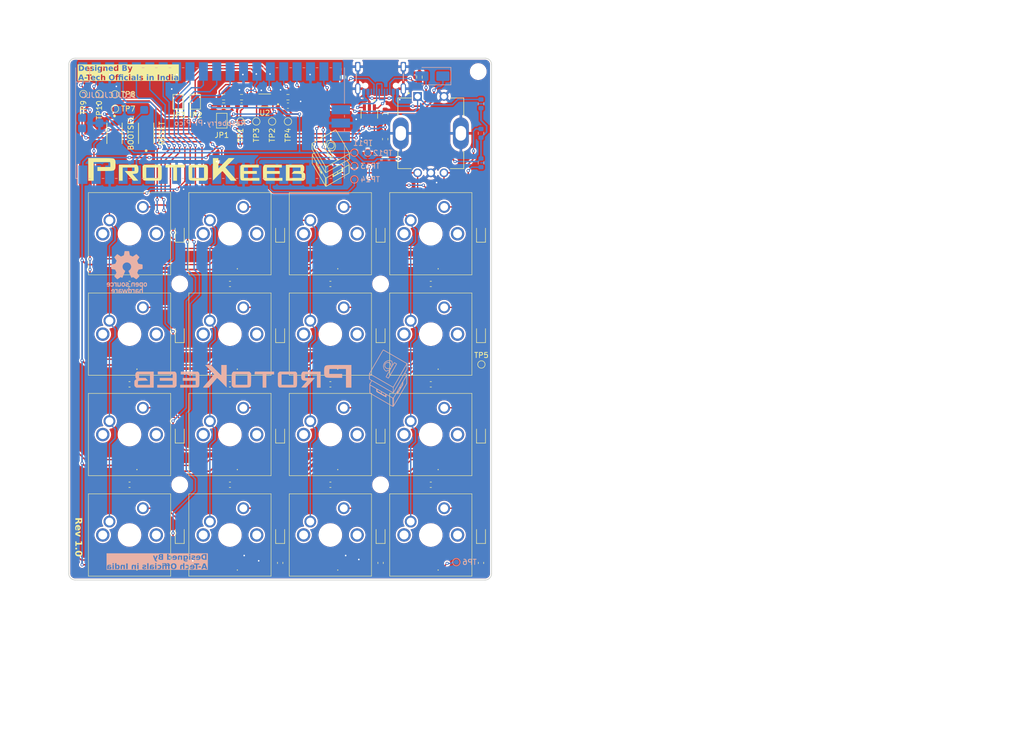
<source format=kicad_pcb>
(kicad_pcb (version 20240108) (generator "pcbnew") (generator_version "8.0")
  (title_block (title "ProtoKeeb") (date "2024-06-20") (rev "v1.0") (company "A-Tech Officials"))
  (layers (0 "F.Cu" signal) (31 "B.Cu" signal) (34 "B.Paste" user) (35 "F.Paste" user) (36 "B.SilkS" user "B.Silkscreen") (37 "F.SilkS" user "F.Silkscreen") (38 "B.Mask" user) (39 "F.Mask" user) (44 "Edge.Cuts" user))
  (net 0 "")
  (net 1 "+3V3")
  (net 2 "GND")
  (net 3 "VBUS")
  (net 4 "ROW-1")
  (net 5 "+5V")
  (net 6 "ROW-2")
  (net 7 "Net-(D1-A)")
  (net 8 "ROW-3")
  (net 9 "Net-(D2-A)")
  (net 10 "ROW-4")
  (net 11 "Net-(D3-A)")
  (net 12 "Net-(D4-A)")
  (net 13 "Net-(D5-A)")
  (net 14 "Net-(D6-A)")
  (net 15 "Net-(D7-A)")
  (net 16 "Net-(D8-A)")
  (net 17 "Net-(D9-A)")
  (net 18 "Net-(D10-A)")
  (net 19 "Net-(D11-A)")
  (net 20 "Net-(D12-A)")
  (net 21 "Net-(D13-A)")
  (net 22 "Net-(D14-A)")
  (net 23 "Net-(D15-A)")
  (net 24 "Net-(D16-A)")
  (net 25 "Net-(D17-A)")
  (net 26 "Net-(J1-CC1)")
  (net 27 "USB_DP_IN")
  (net 28 "USB_DM_IN")
  (net 30 "Net-(J1-CC2)")
  (net 31 "DATA-IN-1")
  (net 32 "DATA-IN-2")
  (net 33 "TX0")
  (net 34 "RX0")
  (net 35 "SCL")
  (net 36 "SDA")
  (net 38 "Net-(LED1-DO)")
  (net 39 "DATA-OUT-1")
  (net 40 "Net-(LED2-DO)")
  (net 41 "DATA-OUT-2")
  (net 42 "Net-(LED3-DO)")
  (net 43 "Net-(LED4-DO)")
  (net 44 "Net-(LED5-DO)")
  (net 45 "Net-(LED10-DI)")
  (net 46 "Net-(LED11-DI)")
  (net 47 "Net-(LED12-DI)")
  (net 48 "Net-(LED13-DI)")
  (net 49 "Net-(LED10-DO)")
  (net 50 "Net-(LED11-DO)")
  (net 51 "Net-(LED12-DO)")
  (net 53 "ROT-1_SW")
  (net 54 "ROT-1_A")
  (net 55 "ROT-1_B")
  (net 59 "Neopixel-2")
  (net 60 "Neopixel-1")
  (net 61 "COL-1")
  (net 68 "COL-2")
  (net 77 "COL-3")
  (net 86 "COL-4")
  (net 95 "RESET")
  (net 96 "BOOTSEL")
  (net 106 "SWCLK")
  (net 107 "SWDIO")
  (net 111 "USB_DM_OUT")
  (net 112 "USB_DP_OUT")
  (net 115 "Net-(U2-OE)")
  (footprint "MX1A-11NW:MX1A11NW" (layer "F.Cu") (at 56.75015 121.8001)
    (property "Reference" "S3" (hide yes))
    (property "Value" "MX1A-11NW" (hide yes))
  )
  (footprint "Diode_SMD:D_SOD-323" (layer "F.Cu") (at 104.37515 83.7 90)
    (property "Reference" "D10" (hide yes))
    (property "Value" "1N4148WS")
  )
  (footprint "Diode_SMD:D_SOD-323" (layer "F.Cu") (at 85.32515 83.7 90)
    (property "Reference" "D6" (hide yes))
    (property "Value" "1N4148WS")
  )
  (footprint "MX1A-11NW:MX1A11NW" (layer "F.Cu") (at 94.85015 121.8001)
    (property "Reference" "S11" (hide yes))
    (property "Value" "MX1A-11NW" (hide yes))
  )
  (footprint "MX1A-11NW:MX1A11NW" (layer "F.Cu") (at 113.90015 121.8001)
    (property "Reference" "S15" (hide yes))
    (property "Value" "MX1A-11NW" (hide yes))
  )
  (footprint "WS2812B-2020:WS2812B2020" (layer "F.Cu") (at 113.90015 89)
    (property "Reference" "LED13" (hide yes))
    (property "Value" "WS2812B-2020" (hide yes))
  )
  (footprint "WS2812B-2020:WS2812B2020" (layer "F.Cu") (at 113.90015 108.05)
    (property "Reference" "LED14" (hide yes))
    (property "Value" "WS2812B-2020" (hide yes))
  )
  (footprint "Capacitor_SMD:C_0603_1608Metric" (layer "F.Cu") (at 56.75015 93.225)
    (property "Reference" "C6" (hide yes))
    (property "Value" "100nF")
  )
  (footprint "MX1A-11NW:MX1A11NW" (layer "F.Cu") (at 94.85015 83.7)
    (property "Reference" "S9" (hide yes))
    (property "Value" "MX1A-11NW" (hide yes))
  )
  (footprint "Inductor_SMD:L_0603_1608Metric" (layer "F.Cu") (at 105.25 65.75 90)
    (property "Reference" "FB1" (hide yes))
    (property "Value" "2A")
  )
  (footprint "TestPoint:TestPoint_Pad_D1.0mm" (layer "F.Cu") (at 123.5 108.5)
    (property "Reference" "TP5")
    (property "Value" "ARGB-1-OUT")
  )
  (footprint "Capacitor_SMD:C_0603_1608Metric" (layer "F.Cu") (at 105.25 61 90)
    (property "Reference" "C1" (hide yes))
    (property "Value" "10nF")
  )
  (footprint "Capacitor_SMD:C_0603_1608Metric" (layer "F.Cu") (at 113.90015 112.275)
    (property "Reference" "C13" (hide yes))
    (property "Value" "100nF")
  )
  (footprint "MX1A-11NW:MX1A11NW" (layer "F.Cu") (at 56.75015 140.8501)
    (property "Reference" "S4" (hide yes))
    (property "Value" "MX1A-11NW" (hide yes))
  )
  (footprint "WS2812B-2020:WS2812B2020" (layer "F.Cu") (at 94.85015 146.1501)
    (property "Reference" "LED12" (hide yes))
    (property "Value" "WS2812B-2020" (hide yes))
  )
  (footprint "TestPoint:TestPoint_Pad_D1.0mm" (layer "F.Cu") (at 54 57.25)
    (property "Reference" "TP8")
    (property "Value" "GND")
  )
  (footprint "Jumper:SolderJumper-2_P1.3mm_Open_TrianglePad1.0x1.5mm" (layer "F.Cu") (at 69.2 58.675 -90)
    (property "Reference" "JP2")
    (property "Value" "ARGB LED Data Link")
  )
  (footprint "Diode_SMD:D_SOD-323" (layer "F.Cu") (at 123.42515 140.8501 90)
    (property "Reference" "D17" (hide yes))
    (property "Value" "1N4148WS")
  )
  (footprint "MX1A-11NW:MX1A11NW" (layer "F.Cu") (at 113.90015 83.7)
    (property "Reference" "S13" (hide yes))
    (property "Value" "MX1A-11NW" (hide yes))
  )
  (footprint "Resistor_SMD:R_0603_1608Metric" (layer "F.Cu") (at 86.8 57.8 180)
    (property "Reference" "R3" (hide yes))
    (property "Value" "51K")
  )
  (footprint "WS2812B-2020:WS2812B2020" (layer "F.Cu") (at 56.75025 127.1001)
    (property "Reference" "LED3" (hide yes))
    (property "Value" "WS2812B-2020" (hide yes))
  )
  (footprint "Capacitor_SMD:C_0603_1608Metric" (layer "F.Cu") (at 85.32515 146.1501 90)
    (property "Reference" "C19" (hide yes))
    (property "Value" "100nF")
  )
  (footprint "TestPoint:TestPoint_Pad_D1.0mm" (layer "F.Cu") (at 80.8 62.4)
    (property "Reference" "TP3")
    (property "Value" "ARGB-1")
  )
  (footprint "TestPoint:TestPoint_Pad_D1.0mm" (layer "F.Cu") (at 54 60)
    (property "Reference" "TP7")
    (property "Value" "+3.3V")
  )
  (footprint "MX1A-11NW:MX1A11NW" (layer "F.Cu") (at 56.75015 102.75)
    (property "Reference" "S2" (hide yes))
    (property "Value" "MX1A-11NW" (hide yes))
  )
  (footprint "WS2812B-2020:WS2812B2020" (layer "F.Cu") (at 75.80015 108.05)
    (property "Reference" "LED6" (hide yes))
    (property "Value" "WS2812B-2020" (hide yes))
  )
  (footprint "4982:4982" (layer "F.Cu") (at 53.90015 64.65 -90)
    (property "Reference" "BTN2" (hide yes))
    (property "Value" "BOOTSEL")
  )
  (footprint "Jumper:SolderJumper-2_P1.3mm_Open_TrianglePad1.0x1.5mm" (layer "F.Cu") (at 74.25 62.25 -90)
    (property "Reference" "JP1")
    (property "Value" "ARGB LED Data Link")
  )
  (footprint "Capacitor_SMD:C_0603_1608Metric" (layer "F.Cu") (at 105.25 69.25 -90)
    (property "Reference" "C3" (hide yes))
    (property "Value" "4.7uF")
  )
  (footprint "TXB0102DCUR:SOP50P310X90-8N" (layer "F.Cu") (at 82.4 58.4 180)
    (property "Reference" "U2")
    (property "Value" "TXB0102DCUR")
  )
  (footprint "Diode_SMD:D_SOD-323" (layer "F.Cu") (at 66.27515 140.8501 90)
    (property "Reference" "D5" (hide yes))
    (property "Value" "1N4148WS")
  )
  (footprint "MX1A-11NW:MX1A11NW" (layer "F.Cu") (at 113.90015 140.8501)
    (property "Reference" "S16" (hide yes))
    (property "Value" "MX1A-11NW" (hide yes))
  )
  (footprint "WS2812B-2020:WS2812B2020" (layer "F.Cu") (at 75.80015 146.1501)
    (property "Reference" "LED8" (hide yes))
    (property "Value" "WS2812B-2020" (hide yes))
  )
  (footprint "Diode_SMD:D_SOD-323" (layer "F.Cu") (at 123.42515 83.7 90)
    (property "Reference" "D14" (hide yes))
    (property "Value" "1N4148WS")
  )
  (footprint "Diode_SMD:D_SOD-323" (layer "F.Cu") (at 85.32515 140.8501 90)
    (property "Reference" "D9" (hide yes))
    (property "Value" "1N4148WS")
  )
  (footprint "WS2812B-2020:WS2812B2020" (layer "F.Cu") (at 94.85015 127.1001)
    (property "Reference" "LED11" (hide yes))
    (property "Value" "WS2812B-2020" (hide yes))
  )
  (footprint "Diode_SMD:D_SOD-323" (layer "F.Cu") (at 104.37515 121.8001 90)
    (property "Reference" "D12" (hide yes))
    (property "Value" "1N4148WS")
  )
  (footprint "Diode_SMD:D_SOD-323" (layer "F.Cu") (at 66.27515 83.7 90)
    (property "Reference" "D2" (hide yes))
    (property "Value" "1N4148WS")
  )
  (footprint "TestPoint:TestPoint_Pad_D1.0mm" (layer "F.Cu") (at 51 57.2)
    (property "Reference" "TP10")
    (property "Value" "RX")
  )
  (footprint "Diode_SMD:D_SOD-323" (layer "F.Cu") (at 66.27515 121.8001 90)
    (property "Reference" "D4" (hide yes))
    (property "Value" "1N4148WS")
  )
  (footprint "WS2812B-2020:WS2812B2020" (layer "F.Cu") (at 113.90015 127.1001)
    (property "Reference" "LED15" (hide yes))
    (property "Value" "WS2812B-2020" (hide yes))
  )
  (footprint "Diode_SMD:D_SOD-323" (layer "F.Cu") (at 104.37515 140.8501 90)
    (property "Reference" "D13" (hide yes))
    (property "Value" "1N4148WS")
  )
  (footprint "Diode_SMD:D_SOD-323" (layer "F.Cu") (at 66.27515 102.75 90)
    (property "Reference" "D3" (hide yes))
    (property "Value" "1N4148WS")
  )
  (footprint "Capacitor_SMD:C_0603_1608Metric" (layer "F.Cu") (at 78 59.4 180)
    (property "Reference" "C5" (hide yes))
    (property "Value" "100nF")
  )
  (footprint "Capacitor_SMD:C_0603_1608Metric" (layer "F.Cu") (at 56.75015 131.3251)
    (property "Reference" "C14" (hide yes))
    (property "Value" "100nF")
  )
  (footprint "MX1A-11NW:MX1A11NW" (layer "F.Cu") (at 75.80015 83.7)
    (property "Reference" "S5" (hide yes))
    (property "Value" "MX1A-11NW" (hide yes))
  )
  (footprint "WS2812B-2020:WS2812B2020" (layer "F.Cu") (at 56.75015 108.05)
    (property "Reference" "LED2" (hide yes))
    (property "Value" "WS2812B-2020" (hide yes))
  )
  (footprint "Capacitor_SMD:C_0603_1608Metric" (layer "F.Cu") (at 123.42515 146.1501 90)
    (property "Reference" "C21" (hide yes))
    (property "Value" "100nF")
  )
  (footprint "WS2812B-2020:WS2812B2020" (layer "F.Cu") (at 75.80015 127.1001)
    (property "Reference" "LED7" (hide yes))
    (property "Value" "WS2812B-2020" (hide yes))
  )
  (footprint "MountingHole:MountingHole_2.7mm_M2.5_ISO7380" (layer "F.Cu") (at 104.3752 93.225)
    (property "Reference" "H2" (hide yes))
    (property "Value" "MountingHole")
  )
  (footprint "WS2812B-2020:WS2812B2020" (layer "F.Cu") (at 113.90015 146.1501)
    (property "Reference" "LED16" (hide yes))
    (property "Value" "WS2812B-2020" (hide yes))
  )
  (footprint "MX1A-11NW:MX1A11NW" (layer "F.Cu") (at 75.80015 121.8001)
    (property "Reference" "S7" (hide yes))
    (property "Value" "MX1A-11NW" (hide yes))
  )
  (footprint "MX1A-11NW:MX1A11NW" (layer "F.Cu") (at 94.85015 140.8501)
    (property "Reference" "S12" (hide yes))
    (property "Value" "MX1A-11NW" (hide yes))
  )
  (footprint "4982:4982" (layer "F.Cu") (at 59.90015 64.65 90)
    (property "Reference" "BTN1" (hide yes))
    (property "Value" "RESET")
  )
  (footprint "Capacitor_SMD:C_0603_1608Metric" (layer "F.Cu") (at 113.90015 131.3251)
    (property "Reference" "C17" (hide yes))
    (property "Value" "100nF")
  )
  (footprint "MX1A-11NW:MX1A11NW" (layer "F.Cu") (at 56.75015 83.7)
    (property "Reference" "S1" (hide yes))
    (property "Value" "MX1A-11NW" (hide yes))
  )
  (footprint "Capacitor_SMD:C_0603_1608Metric" (layer "F.Cu") (at 94.85015 93.225)
    (property "Reference" "C8" (hide yes))
    (property "Value" "100nF")
  )
  (footprint "Resistor_SMD:R_0603_1608Metric" (layer "F.Cu") (at 74.6 59.4 180)
    (property "Reference" "R9" (hide yes))
    (property "Value" "51K")
  )
  (footprint "TestPoint:TestPoint_Pad_D1.0mm" (layer "F.Cu") (at 83.8 62.4)
    (property "Reference" "TP2")
    (property "Value" "GND")
  )
  (footprint "Protokeeb:ProtoKeeb_Logo_Text_50mm" (layer "F.Cu") (at 69.568133 72.180334)
    (property "Reference" "G***" (hide yes))
    (property "Value" "LOGO" (hide yes))
  )
  (footprint "WS2812B-2020:WS2812B2020" (layer "F.Cu") (at 94.85015 108.05)
    (property "Reference" "LED10" (hide yes))
    (property "Value" "WS2812B-2020" (hide yes))
  )
  (footprint "Diode_SMD:D_SOD-323" (layer "F.Cu") (at 104.37515 102.75 90)
    (property "Reference" "D11" (hide yes))
    (property "Value" "1N4148WS")
  )
  (footprint "MountingHole:MountingHole_2.7mm_M2.5_ISO7380" (layer "F.Cu") (at 104.3752 131.3249)
    (property "Reference" "H4" (hide yes))
    (property "Value" "MountingHole")
  )
  (footprint "Capacitor_SMD:C_0603_1608Metric" (layer "F.Cu") (at 56.75015 112.275)
    (property "Reference" "C10" (hide yes))
    (property "Value" "100nF")
  )
  (footprint "WS2812B-2020:WS2812B2020" (layer "F.Cu") (at 75.80015 89)
    (property "Reference" "LED5" (hide yes))
    (property "Value" "WS2812B-2020" (hide yes))
  )
  (footprint "TestPoint:TestPoint_Pad_D1.0mm" (layer "F.Cu") (at 48 57.2)
    (property "Reference" "TP9")
    (property "Value" "TX")
  )
  (footprint "Resistor_SMD:R_0603_1608Metric" (layer "F.Cu") (at 74.6 57.8 180)
    (property "Reference" "R8" (hide yes))
    (property "Value" "51K (NC)")
  )
  (footprint "Capacitor_SMD:C_0603_1608Metric" (layer "F.Cu") (at 75.80015 112.275)
    (property "Reference" "C11" (hide yes))
    (property "Value" "100nF")
  )
  (footprint "Diode_SMD:D_SOD-323" (layer "F.Cu") (at 123.42515 121.8001 90)
    (property "Reference" "D16" (hide yes))
    (property "Value" "1N4148WS")
  )
  (footprint "WS2812B-2020:WS2812B2020" (layer "F.Cu") (at 56.75025 146.1501)
    (property "Reference" "LED4" (hide yes))
    (property "Value" "WS2812B-2020" (hide yes))
  )
  (footprint "Capacitor_SMD:C_0603_1608Metric" (layer "F.Cu") (at 94.85015 131.3251)
    (property "Reference" "C16" (hide yes))
    (property "Value" "100nF")
  )
  (footprint "Resistor_SMD:R_0603_1608Metric" (layer "F.Cu") (at 111.75 54 90)
    (property "Reference" "R2" (hide yes))
    (property "Value" "5.1K")
  )
  (footprint "Jumper:SolderJumper-2_P1.3mm_Open_TrianglePad1.0x1.5mm" (layer "F.Cu") (at 66 58.675 -90)
    (property "Reference" "JP3")
    (property "Value" "ARGB LED Data Link")
  )
  (footprint "Resistor_SMD:R_0603_1608Metric" (layer "F.Cu") (at 78 57.8)
    (property "Reference" "R4" (hide yes))
    (property "Value" "51K")
  )
  (footprint "Capacitor_SMD:C_0603_1608Metric" (layer "F.Cu") (at 113.90015 93.225)
    (property "Reference" "C9" (hide yes))
    (property "Value" "100nF")
  )
  (footprint "MX1A-11NW:MX1A11NW" (layer "F.Cu") (at 75.80015 140.8501)
    (property "Reference" "S8" (hide yes))
    (property "Value" "MX1A-11NW" (hide yes))
  )
  (footprint "Capacitor_SMD:C_0603_1608Metric" (layer "F.Cu") (at 86.8 59.4)
    (property "Reference" "C4" (hide yes))
    (property "Value" "100nF")
  )
  (footprint "Resistor_SMD:R_0603_1608Metric" (layer "F.Cu") (at 97.25 54 -90)
    (property "Reference" "R1" (hide yes))
    (property "Value" "5.1K")
  )
  (footprint "PEC11R-4215F-S0024:XDCR_PEC11R-4215F-S0024" (layer "F.Cu") (at 113.90015 64.65)
    (property "Reference" "MT1" (hide yes))
    (property "Value" "PEC11R-4215F-S0024")
  )
  (footprint "MountingHole:MountingHole_2.7mm_M2.5_ISO7380" (layer "F.Cu") (at 66.2752 131.3249)
    (property "Reference" "H3" (hide yes))
    (property "Value" "MountingHole")
  )
  (footprint "Diode_SMD:D_SOD-323" (layer "F.Cu") (at 85.32515 121.8001 90)
    (property "Reference" "D8" (hide yes))
    (property "Value" "1N4148WS")
  )
  (footprint "WS2812B-2020:WS2812B2020" (layer "F.Cu") (at 56.75025 89)
    (property "Reference" "LED1" (hide yes))
    (property "Value" "WS2812B-2020" (hide yes))
  )
  (footprint "WS2812B-2020:WS2812B2020" (layer "F.Cu") (at 94.85015 89)
    (property "Reference" "LED9" (hide yes))
    (property "Value" "WS2812B-2020" (hide yes))
  )
  (footprint "Capacitor_SMD:C_0603_1608Metric" (layer "F.Cu") (at 75.80015 93.225)
    (property "Reference" "C7" (hide yes))
    (property "Value" "100nF")
  )
  (footprint "TestPoint:TestPoint_Pad_D1.0mm" (layer "F.Cu") (at 86.8 62.4)
    (property "Reference" "TP4")
    (property "Value" "ARGB-2")
  )
  (footprint "Capacitor_SMD:C_0603_1608Metric" (layer "F.Cu") (at 102.5 66.5 180)
    (property "Reference" "C2" (hide yes))
    (property "Value" "100nF")
  )
  (footprint "USBLC6-2SC6:SOT95P280X145-6N" (layer "F.Cu") (at 102.25 61 -90)
    (property "Reference" "U3" (hide yes))
    (property "Value" "USBLC6-2SC6")
  )
  (footprint "MX1A-11NW:MX1A11NW" (layer "F.Cu") (at 94.85015 102.75)
    (property "Reference" "S10" (hide yes))
    (property "Value" "MX1A-11NW" (hide yes))
  )
  (footprint "MX1A-11NW:MX1A11NW" (layer "F.Cu") (at 75.80015 102.75)
    (property "Reference" "S6" (hide yes))
    (property "Value" "MX1A-11NW" (hide yes))
  )
  (footprint "Protokeeb:ProtoKeeb_Logo_10mm" (layer "F.Cu") (at 95 69.25)
    (property "Reference" "G***" (hide yes))
    (property "Value" "LOGO" (hide yes))
  )
  (footprint "MountingHole:MountingHole_2.7mm_M2.5_ISO7380" (layer "F.Cu") (at 122.9007 52.9364)
    (property "Reference" "H5" (hide yes))
    (property "Value" "MountingHole")
  )
  (footprint "Capacitor_SMD:C_0603_1608Metric" (layer "F.Cu") (at 66.27525 146.1501 90)
    (property "Reference" "C18" (hide yes))
    (property "Value" "100nF")
  )
  (footprint "Diode_SMD:D_SOD-323" (layer "F.Cu") (at 85.32515 102.75 90)
    (property "Reference" "D7" (hide yes))
    (property "Value" "1N4148WS")
  )
  (footprint "Diode_SMD:D_SOD-323" (layer "F.Cu") (at 123.42515 102.75 90)
    (property "Reference" "D15" (hide yes))
    (property "Value" "1N4148WS")
  )
  (footprint "TestPoint:TestPoint_Pad_D1.0mm" (layer "F.Cu") (at 77.8 62.4)
    (property "Reference" "TP1")
    (property "Value" "+5V")
  )
  (footprint "Capacitor_SMD:C_0603_1608Metric" (layer "F.Cu") (at 94.85015 112.275)
    (property "Reference" "C12" (hide yes))
    (property "Value" "100nF")
  )
  (footprint "Capacitor_SMD:C_0603_1608Metric" (layer "F.Cu") (at 104.37515 146.1501 90)
    (property "Reference" "C20" (hide yes))
    (property "Value" "100nF")
  )
  (footprint "MountingHole:MountingHole_2.7mm_M2.5_ISO7380" (layer "F.Cu") (at 66.2752 93.225)
    (property "Reference" "H1" (hide yes))
    (property "Value" "MountingHole")
  )
  (footprint "Capacitor_SMD:C_0603_1608Metric" (layer "F.Cu") (at 75.80015 131.3251)
    (property "Reference" "C15" (hide yes))
    (property "Value" "100nF")
  )
  (footprint "MX1A-11NW:MX1A11NW" (layer "F.Cu") (at 113.90015 102.75)
    (property "Reference" "S14" (hide yes))
    (property "Value" "MX1A-11NW" (hide yes))
  )
  (footprint "TestPoint:TestPoint_Pad_D1.0mm" (layer "B.Cu") (at 99.4 73.4)
    (property "Reference" "TP14")
    (property "Value" "SDA")
  )
  (footprint "TestPoint:TestPoint_Pad_D1.0mm" (layer "B.Cu") (at 118.75 146 180)
    (property "Reference" "TP6")
    (property "Value" "ARGB-2-OUT")
  )
  (footprint "Protokeeb:ProtoKeeb_Logo_10mm" (layer "B.Cu") (at 105.75 111 180)
    (property "Reference" "G***" (hide yes))
    (property "Value" "LOGO" (hide yes))
  )
  (footprint "Protokeeb:ProtoKeeb_Logo_Text_50mm" (layer "B.Cu") (at 78.181867 111.430334 180)
    (property "Reference" "G***" (hide yes))
    (property "Value" "LOGO" (hide yes))
  )
  (footprint "USB4105-GF-A:GCT_USB4105-GF-A" (layer "B.Cu") (at 104.37515 50.411)
    (property "Reference" "J1" (hide yes))
    (property "Value" "USB4105-GF-A")
  )
  (footprint "TestPoint:TestPoint_Pad_D1.0mm" (layer "B.Cu") (at 101.94 68.32 180)
    (property "Reference" "TP12")
    (property "Value" "GND")
  )
  (footprint "TestPoint:TestPoint_Pad_D1.0mm" (layer "B.Cu") (at 99.4 70.86)
    (property "Reference" "TP13")
    (property "Value" "SCL")
  )
  (footprint "Resistor_SMD:R_0603_1608Metric" (layer "B.Cu") (at 123.42515 59.05 90)
    (property "Reference" "R5" (hide yes))
    (property "Value" "10K")
  )
  (footprint "RPi_Pico_SMD:RPi_Pico_SMD" (layer "B.Cu") (at 46.525985 51.711 -90)
    (property "Reference" "U1" (hide yes))
    (property "Value" "Raspberry Pi Pico")
  )
  (footprint "TestPoint:TestPoint_Pad_D1.0mm" (layer "B.Cu") (at 99.4 68.32 180)
    (property "Reference" "TP11")
    (property "Value" "+3.3V")
  )
  (footprint "Diode_SMD:D_SMA" (layer "B.Cu") (at 114.2 53.8 180)
    (property "Reference" "D1" (hide yes))
    (property "Value" "1N5819(SMA)")
  )
  (footprint "Resistor_SMD:R_0603_1608Metric" (layer "B.Cu") (at 123.42515 64.65 90)
    (property "Reference" "R7" (hide yes))
    (property "Value" "10K")
  )
  (footprint "Symbol:OSHW-Logo_7.5x8mm_SilkScreen" (layer "B.Cu") (at 56.25 91 180)
    (property "Reference" "REF**" (hide yes))
    (property "Value" "OSHW-Logo_7.5x8mm_SilkScreen" (hide yes))
  )
  (footprint "Resistor_SMD:R_0603_1608Metric" (layer "B.Cu") (at 123.42515 70.25 -90)
    (property "Reference" "R6" (hide yes))
    (property "Value" "10K")
  )
  (gr_line (start 45.225985 51.611) (end 45.225985 148.1761) (stroke (width 0.15)) (layer "Edge.Cuts"))
  (gr_line (start 46.425985 50.411) (end 124.2259 50.411) (stroke (width 0.15)) (layer "Edge.Cuts"))
  (gr_arc (start 46.425985 149.3761) (mid 45.577457 149.024628) (end 45.225985 148.1761) (stroke (width 0.15)) (layer "Edge.Cuts"))
  (gr_line (start 46.425985 149.3761) (end 124.2259 149.3761) (stroke (width 0.15)) (layer "Edge.Cuts"))
  (gr_arc (start 45.225985 51.611) (mid 45.577457 50.762472) (end 46.425985 50.411) (stroke (width 0.15)) (layer "Edge.Cuts"))
  (gr_arc (start 124.2259 50.411) (mid 125.074428 50.762472) (end 125.4259 51.611) (stroke (width 0.15)) (layer "Edge.Cuts"))
  (gr_arc (start 125.4259 148.1761) (mid 125.074428 149.024628) (end 124.2259 149.3761) (stroke (width 0.15)) (layer "Edge.Cuts"))
  (gr_line (start 125.4259 51.611) (end 125.4259 148.1761) (stroke (width 0.15)) (layer "Edge.Cuts"))
  (gr_text "Designed By \nA-Tech Officials in India" (at 71.5 147.5 0) (layer "B.SilkS" knockout) (effects (font (size 1.05 1.05) (thickness 0.21) (bold yes)) (justify left bottom mirror)))
  (gr_text "JLCJLCJLCJLC" (at 58 58 0) (layer "B.SilkS") (effects (font (size 1 1) (thickness 0.18) (bold yes)) (justify left bottom mirror)))
  (gr_text "Rev 1.0" (at 46.25 137.5 -90) (layer "F.SilkS") (effects (font (size 1.27 1.27) (thickness 0.254) (bold yes)) (justify left bottom)))
  (gr_text "Designed By \nA-Tech Officials in India" (at 47 54.75 0) (layer "F.SilkS" knockout) (effects (font (size 1.05 1.05) (thickness 0.21) (bold yes)) (justify left bottom)))
  (segment (start 52 61) (end 53 61) (width 0.3048) (layer "F.Cu") (net 1))
  (segment (start 118.5 70) (end 118 69.5) (width 0.3048) (layer "F.Cu") (net 1))
  (segment (start 53 61) (end 54 60) (width 0.3048) (layer "F.Cu") (net 1))
  (segment (start 86.025 59.4) (end 87.625 61) (width 0.3048) (layer "F.Cu") (net 1))
  (segment (start 118 69.5) (end 107.75 69.5) (width 0.3048) (layer "F.Cu") (net 1))
  (segment (start 87.625 61) (end 89 61) (width 0.3048) (layer "F.Cu") (net 1))
  (segment (start 84.775 58.15) (end 83.805 58.15) (width 0.3048) (layer "F.Cu") (net 1))
  (segment (start 72 59.4) (end 73.775 59.4) (width 0.3048) (layer "F.Cu") (net 1))
  (segment (start 84.775 58.15) (end 86.025 59.4) (width 0.3048) (layer "F.Cu") (net 1))
  (via (at 52 61) (size 0.6096) (drill 0.3) (layers "F.Cu" "B.Cu") (net 1))
  (via (at 89 61) (size 0.6096) (drill 0.3) (layers "F.Cu" "B.Cu") (net 1))
  (via (at 118.5 70) (size 0.6096) (drill 0.3) (layers "F.Cu" "B.Cu") (net 1))
  (via (at 107.75 69.5) (size 0.6096) (drill 0.3) (layers "F.Cu" "B.Cu") (net 1))
  (via (at 72 59.4) (size 0.6096) (drill 0.3) (layers "F.Cu" "B.Cu") (net 1))
  (segment (start 89 68.32) (end 59.43 68.32) (width 0.3048) (layer "B.Cu") (net 1))
  (segment (start 107.75 69.5) (end 103.75 69.5) (width 0.3048) (layer "B.Cu") (net 1))
  (segment (start 72.4 59.8) (end 72 59.4) (width 0.3048) (layer "B.Cu") (net 1))
  (segment (start 86.4 61) (end 89 61) (width 0.3048) (layer "B.Cu") (net 1))
  (segment (start 118.5 70) (end 122.85015 70) (width 0.3048) (layer "B.Cu") (net 1))
  (segment (start 55.75 64.75) (end 52 61) (width 0.3048) (layer "B.Cu") (net 1))
  (segment (start 124.5 64.40015) (end 124.5 63.25) (width 0.3048) (layer "B.Cu") (net 1))
  (segment (start 76.4 59.8) (end 85.2 59.8) (width 0.3048) (layer "B.Cu") (net 1))
  (segment (start 89 61) (end 89 68.32) (width 0.3048) (layer "B.Cu") (net 1))
  (segment (start 122.85015 70) (end 123.42515 69.425) (width 0.3048) (layer "B.Cu") (net 1))
  (segment (start 59.43 68.32) (end 58.055985 69.694015) (width 0.3048) (layer "B.Cu") (net 1))
  (segment (start 103.25 70) (end 101.08 70) (width 0.3048) (layer "B.Cu") (net 1))
  (segment (start 103.75 69.5) (end 103.25 70) (width 0.3048) (layer "B.Cu") (net 1))
  (segment (start 85.2 59.8) (end 86.4 61) (width 0.3048) (layer "B.Cu") (net 1))
  (segment (start 123.42515 65.475) (end 123.42515 69.425) (width 0.3048) (layer "B.Cu") (net 1))
  (segment (start 76.4 59.8) (end 72.4 59.8) (width 0.3048) (layer "B.Cu") (net 1))
  (segment (start 123.42515 62.17515) (end 124.5 63.25) (width 0.3048) (layer "B.Cu") (net 1))
  (segment (start 99.4 68.32) (end 101.08 70) (width 0.3048) (layer "B.Cu") (net 1))
  (segment (start 123.42515 65.475) (end 124.5 64.40015) (width 0.3048) (layer "B.Cu") (net 1))
  (segment (start 123.42515 59.875) (end 123.42515 62.17515) (width 0.3048) (layer "B.Cu") (net 1))
  (segment (start 58.055985 69.694015) (end 58.055985 71.601) (width 0.3048) (layer "B.Cu") (net 1))
  (segment (start 55.75 66.5) (end 55.75 64.75) (width 0.3048) (layer "B.Cu") (net 1))
  (segment (start 59.43 68.32) (end 57.57 68.32) (width 0.3048) (layer "B.Cu") (net 1))
  (segment (start 57.57 68.32) (end 55.75 66.5) (width 0.3048) (layer "B.Cu") (net 1))
  (segment (start 99.4 68.32) (end 89 68.32) (width 0.3048) (layer "B.Cu") (net 1))
  (segment (start 82.15 58.15) (end 82.65 58.65) (width 0.254) (layer "F.Cu") (net 2))
  (segment (start 102.25 59.5) (end 102.25 60.25) (width 0.254) (layer "F.Cu") (net 2))
  (segment (start 86.225 56.4) (end 87.625 57.8) (width 0.254) (layer "F.Cu") (net 2))
  (segment (start 101.725 66.475) (end 100.75 65.5) (width 0.254) (layer "F.Cu") (net 2))
  (segment (start 102.5 61) (end 104.475 61) (width 0.254) (layer "F.Cu") (net 2))
  (segment (start 102.25 59.8625) (end 102.25 60.75) (width 0.254) (layer "F.Cu") (net 2))
  (segment (start 87.575 59.4) (end 88.4 59.4) (width 0.254) (layer "F.Cu") (net 2))
  (segment (start 102.25 60.75) (end 102.5 61) (width 0.254) (layer "F.Cu") (net 2))
  (segment (start 101.8682 61.1318) (end 100.6182 61.1318) (width 0.254) (layer "F.Cu") (net 2))
  (segment (start 100.6182 61.1318) (end 99.75 62) (width 0.254) (layer "F.Cu") (net 2))
  (segment (start 82.15 58.15) (end 82.15 56.9) (width 0.254) (layer "F.Cu") (net 2))
  (segment (start 75.625 57.8) (end 77.225 59.4) (width 0.254) (layer "F.Cu") (net 2))
  (segment (start 102.25 59.8625) (end 102.25 59.5) (width 0.254) (layer "F.Cu") (net 2))
  (segment (start 85.4 56.4) (end 86.225 56.4) (width 0.254) (layer "F.Cu") (net 2))
  (segment (start 82.15 56.9) (end 81.75 56.5) (width 0.254) (layer "F.Cu") (net 2))
  (segment (start 102.25 60.75) (end 102 61) (width 0.254) (layer "F.Cu") (net 2))
  (segment (start 101.725 66.5) (end 101.725 66.475) (width 0.254) (layer "F.Cu") (net 2))
  (segment (start 88.4 59.4) (end 89.2 58.6) (width 0.254) (layer "F.Cu") (net 2))
  (segment (start 104.475 61) (end 105.25 60.225) (width 0.254) (layer "F.Cu") (net 2))
  (segment (start 102 61) (end 101.8682 61.1318) (width 0.254) (layer "F.Cu") (net 2))
  (segment (start 75.425 57.8) (end 75.625 57.8) (width 0.254) (layer "F.Cu") (net 2))
  (segment (start 82.65 58.65) (end 83.95 58.65) (width 0.254) (layer "F.Cu") (net 2))
  (via (at 77.6 56.4) (size 0.6096) (drill 0.3) (layers "F.Cu" "B.Cu") (net 2))
  (via (at 50.8 59.4) (size 0.6096) (drill 0.3) (layers "F.Cu" "B.Cu") (net 2))
  (via (at 89.2 58.6) (size 0.6096) (drill 0.3) (layers "F.Cu" "B.Cu") (net 2))
  (via (at 54.25 55.75) (size 0.6096) (drill 0.3) (layers "F.Cu" "B.Cu") (net 2))
  (via (at 68.75 145.75) (size 0.6096) (drill 0.3) (layers "F.Cu" "B.Cu") (net 2))
  (via (at 115 74) (size 0.6096) (drill 0.3) (layers "F.Cu" "B.Cu") (net 2))
  (via (at 71 62.75) (size 0.6096) (drill 0.3) (layers "F.Cu" "B.Cu") (net 2))
  (via (at 65.75 53.5) (size 0.6096) (drill 0.3) (layers "F.Cu" "B.Cu") (net 2))
  (via (at 78.5 144.75) (size 0.6096) (drill 0.3) (layers "F.Cu" "B.Cu") (net 2))
  (via (at 97.75 144.75) (size 0.6096) (drill 0.3) (layers "F.Cu" "B.Cu") (net 2))
  (via (at 85.4 56.4) (size 0.6096) (drill 0.3) (layers "F.Cu" "B.Cu") (net 2))
  (via (at 100.25 145.5) (size 0.6096) (drill 0.3) (layers "F.Cu" "B.Cu") (net 2))
  (via (at 108 58.25) (size 0.6096) (drill 0.3) (layers "F.Cu" "B.Cu") (net 2))
  (via (at 67 75.25) (size 0.6096) (drill 0.3) (layers "F.Cu" "B.Cu") (net 2))
  (via (at 78.25 53.5) (size 0.6096) (drill 0.3) (layers "F.Cu" "B.Cu") (net 2))
  (via (at 64.75 56.25) (size 0.6096) (drill 0.3) (layers "F.Cu" "B.Cu") (net 2))
  (via (at 53 53.5) (size 0.6096) (drill 0.3) (layers "F.Cu" "B.Cu") (net 2))
  (via (at 81.75 56.5) (size 0.6096) (drill 0.3) (layers "F.Cu" "B.Cu") (net 2))
  (via (at 81.25 145.75) (size 0.6096) (drill 0.3) (layers "F.Cu" "B.Cu") (net 2))
  (via (at 100.75 65.5) (size 0.6096) (drill 0.3) (layers "F.Cu" "B.Cu") (net 2))
  (via (at 91 53.5) (size 0.6096) (drill 0.3) (layers "F.Cu" "B.Cu") (net 2))
  (via (at 100.75 58) (size 0.6096) (drill 0.3) (layers "F.Cu" "B.Cu") (net 2))
  (via (at 99.75 62) (size 0.6096) (drill 0.3) (layers "F.Cu" "B.Cu") (net 2))
  (segment (start 107.57515 57.82515) (end 108 58.25) (width 0.254) (layer "B.Cu") (net 2))
  (segment (start 65.675985 73.925985) (end 67 75.25) (width 0.254) (layer "B.Cu") (net 2))
  (segment (start 65.675985 71.601) (end 65.675985 73.925985) (width 0.254) (layer "B.Cu") (net 2))
  (segment (start 101.17515 57.57485) (end 101.17515 56.766) (width 0.254) (layer "B.Cu") (net 2))
  (segment (start 101.17515 57.57485) (end 100.75 58) (width 0.254) (layer "B.Cu") (net 2))
  (segment (start 107.57515 57.82515) (end 107.57515 56.766) (width 0.254) (layer "B.Cu") (net 2))
  (segment (start 105.25 61.775) (end 105.25 63.5) (width 0.3048) (layer "F.Cu") (net 3))
  (segment (start 111.75 61) (end 114.5 58.25) (width 0.3048) (layer "F.Cu") (net 3))
  (segment (start 105.25 61.775) (end 106.025 61) (width 0.3048) (layer "F.Cu") (net 3))
  (segment (start 102.25 62.1375) (end 102.25 63.75) (width 0.3048) (layer "F.Cu") (net 3))
  (segment (start 114.5 58.25) (end 114.5 56.5) (width 0.3048) (layer "F.Cu") (net 3))
  (segment (start 106.025 61) (end 111.75 61) (width 0.3048) (layer "F.Cu") (net 3))
  (segment (start 105.25 63.5) (end 105.25 64.9625) (width 0.3048) (layer "F.Cu") (net 3))
  (via (at 102.25 63.75) (size 0.6096) (drill 0.3) (layers "F.Cu" "B.Cu") (net 3))
  (via (at 114.5 56.5) (size 0.6096) (drill 0.3) (layers "F.Cu" "B.Cu") (net 3))
  (via (at 105.25 63.5) (size 0.6096) (drill 0.3) (layers "F.Cu" "B.Cu") (net 3))
  (segment (start 102.25 63.75) (end 104 63.75) (width 0.3048) (layer "B.Cu") (net 3))
  (segment (start 104 63.75) (end 104.25 63.5) (width 0.3048) (layer "B.Cu") (net 3))
  (segment (start 115.75 55.75) (end 116.2 55.3) (width 0.3048) (layer "B.Cu") (net 3))
  (segment (start 114.5 56.5) (end 115.25 55.75) (width 0.3048) (layer "B.Cu") (net 3))
  (segment (start 115.25 55.75) (end 115.75 55.75) (width 0.3048) (layer "B.Cu") (net 3))
  (segment (start 116.2 55.3) (end 116.2 53.8) (width 0.3048) (layer "B.Cu") (net 3))
  (segment (start 104.25 63.5) (end 105.25 63.5) (width 0.3048) (layer "B.Cu") (net 3))
  (segment (start 85.9003 86.5) (end 103.75 86.5) (width 0.254) (layer "F.Cu") (net 4))
  (segment (start 123.42515 85.82485) (end 123.42515 84.75) (width 0.254) (layer "F.Cu") (net 4))
  (segment (start 104.37515 85.87485) (end 105.0003 86.5) (width 0.254) (layer "F.Cu") (net 4))
  (segment (start 65 84.75) (end 66.27515 84.75) (width 0.254) (layer "F.Cu") (net 4))
  (segment (start 64.25 81.75) (end 64.25 84) (width 0.254) (layer "F.Cu") (net 4))
  (segment (start 62 79.5) (end 64.25 81.75) (width 0.254) (layer "F.Cu") (net 4))
  (segment (start 62.5 67.25) (end 62 67.75) (width 0.254) (layer "F.Cu") (net 4))
  (segment (start 85.32515 84.75) (end 85.32515 85.92485) (width 0.254) (layer "F.Cu") (net 4))
  (segment (start 105.0003 86.5) (end 122.75 86.5) (width 0.254) (layer "F.Cu") (net 4))
  (segment (start 103.75 86.5) (end 104.37515 85.87485) (width 0.254) (layer "F.Cu") (net 4))
  (segment (start 66.27515 85.52515) (end 66.27515 84.75) (width 0.254) (layer "F.Cu") (net 4))
  (segment (start 62 67.75) (end 62 77.25) (width 0.254) (layer "F.Cu") (net 4))
  (segment (start 122.75 86.5) (end 123.42515 85.82485) (width 0.254) (layer "F.Cu") (net 4))
  (segment (start 64.25 84) (end 65 84.75) (width 0.254) (layer "F.Cu") (net 4))
  (segment (start 104.37515 85.87485) (end 104.37515 84.75) (width 0.254) (layer "F.Cu") (net 4))
  (segment (start 85.32515 85.92485) (end 84.75 86.5) (width 0.254) (layer "F.Cu") (net 4))
  (segment (start 85.32515 85.92485) (end 85.9003 86.5) (width 0.254) (layer "F.Cu") (net 4))
  (segment (start 84.75 86.5) (end 67.25 86.5) (width 0.254) (layer "F.Cu") (net 4))
  (segment (start 67.25 86.5) (end 66.27515 85.52515) (width 0.254) (layer "F.Cu") (net 4))
  (via (at 62.5 67.25) (size 0.6096) (drill 0.3) (layers "F.Cu" "B.Cu") (net 4))
  (via (at 62 77.25) (size 0.6096) (drill 0.3) (layers "F.Cu" "B.Cu") (net 4))
  (via (at 62 79.5) (size 0.6096) (drill 0.3) (layers "F.Cu" "B.Cu") (net 4))
  (segment (start 60.75 58.75) (end 61.75 59.75) (width 0.254) (layer "B.Cu") (net 4))
  (segment (start 55.515985 53.821) (end 55.515985 58.015985) (width 0.254) (layer "B.Cu") (net 4))
  (segment (start 56.25 58.75) (end 60.75 58.75) (width 0.254) (layer "B.Cu") (net 4))
  (segment (start 61.75 59.75) (end 61.75 65.5) (width 0.254) (layer "B.Cu") (net 4))
  (segment (start 62 77.25) (end 62 79.5) (width 0.254) (layer "B.Cu") (net 4))
  (segment (start 55.515985 58.015985) (end 56.25 58.75) (width 0.254) (layer "B.Cu") (net 4))
  (segment (start 61.75 65.5) (end 61.75 66.5) (width 0.254) (layer "B.Cu") (net 4))
  (segment (start 61.75 66.5) (end 62.5 67.25) (width 0.254) (layer "B.Cu") (net 4))
  (segment (start 75.5 91.25) (end 90.75 91.25) (width 0.3048) (layer "F.Cu") (net 5))
  (segment (start 94.07515 110.67485) (end 94.5 110.25) (width 0.3048) (layer "F.Cu") (net 5))
  (segment (start 94.07515 129.67485) (end 94.5 129.25) (width 0.3048) (layer "F.Cu") (net 5))
  (segment (start 56.25 148.25) (end 66 148.25) (width 0.3048) (layer "F.Cu") (net 5))
  (segment (start 99.75 67) (end 99 66.25) (width 0.3048) (layer "F.Cu") (net 5))
  (segment (start 56.25 110) (end 72 110) (width 0.3048) (layer "F.Cu") (net 5))
  (segment (start 111.65 108.6) (end 112.98515 108.6) (width 0.3048) (layer "F.Cu") (net 5))
  (segment (start 92.45 89.55) (end 93.93515 89.55) (width 0.3048) (layer "F.Cu") (net 5))
  (segment (start 85.6503 148.25) (end 93.5 148.25) (width 0.3048) (layer "F.Cu") (net 5))
  (segment (start 90.75 110.25) (end 92.4 108.6) (width 0.3048) (layer "F.Cu") (net 5))
  (segment (start 64.75 90.5) (end 72.5 90.5) (width 0.3048) (layer "F.Cu") (net 5))
  (segment (start 113.4703 148.25) (end 123 148.25) (width 0.3048) (layer "F.Cu") (net 5))
  (segment (start 55.83525 89.55) (end 48.55 89.55) (width 0.3048) (layer "F.Cu") (net 5))
  (segment (start 79.525 58.65) (end 80.85 58.65) (width 0.3048) (layer "F.Cu") (net 5))
  (segment (start 55.97515 129.77485) (end 56.5 129.25) (width 0.3048) (layer "F.Cu") (net 5))
  (segment (start 74.5 148.25) (end 74.88515 147.86485) (width 0.3048) (layer "F.Cu") (net 5))
  (segment (start 103 67.75) (end 100.5 67.75) (width 0.3048) (layer "F.Cu") (net 5))
  (segment (start 94.07515 91.67485) (end 94.5 91.25) (width 0.3048) (layer "F.Cu") (net 5))
  (segment (start 66.5505 148.25) (end 74.5 148.25) (width 0.3048) (layer "F.Cu") (net 5))
  (segment (start 72 128.75) (end 73.0999 127.6501) (width 0.3048) (layer "F.Cu") (net 5))
  (segment (start 93.93515 109.68515) (end 94.5 110.25) (width 0.3048) (layer "F.Cu") (net 5))
  (segment (start 55.83515 108.6) (end 55.83515 109.58515) (width 0.3048) (layer "F.Cu") (net 5))
  (segment (start 55.83525 147.83525) (end 56.25 148.25) (width 0.3048) (layer "F.Cu") (net 5))
  (segment (start 90.75 91.25) (end 92.45 89.55) (width 0.3048) (layer "F.Cu") (net 5))
  (segment (start 94.07515 112.275) (end 94.07515 110.67485) (width 0.3048) (layer "F.Cu") (net 5))
  (segment (start 103.25 90.5) (end 106.75 90.5) (width 0.3048) (layer "F.Cu") (net 5))
  (segment (start 66.27525 147.97475) (end 66.5505 148.25) (width 0.3048) (layer "F.Cu") (net 5))
  (segment (start 103 128.75) (end 110 128.75) (width 0.3048) (layer "F.Cu") (net 5))
  (segment (start 75.02515 91.72485) (end 75.5 91.25) (width 0.3048) (layer "F.Cu") (net 5))
  (segment (start 93.93515 128.68515) (end 94.5 129.25) (width 0.3048) (layer "F.Cu") (net 5))
  (segment (start 54.2001 146.7001) (end 54 146.5) (width 0.3048) (layer "F.Cu") (net 5))
  (segment (start 55.83525 146.7001) (end 55.83525 147.83525) (width 0.3048) (layer "F.Cu") (net 5))
  (segment (start 112.5 148.25) (end 112.98515 147.76485) (width 0.3048) (layer "F.Cu") (net 5))
  (segment (start 77.8 63.45) (end 77.8 62.4) (width 0.3048) (layer "F.Cu") (net 5))
  (segment (start 75.02515 129.72485) (end 75.5 129.25) (width 0.3048) (layer "F.Cu") (net 5))
  (segment (start 55.83515 109.58515) (end 56.25 110) (width 0.3048) (layer "F.Cu") (net 5))
  (segment (start 94.5 91.25) (end 102.5 91.25) (width 0.3048) (layer "F.Cu") (net 5))
  (segment (start 99 66.25) (end 95.75 66.25) (width 0.3048) (layer "F.Cu") (net 5))
  (segment (start 123 148.25) (end 123.42515 147.82485) (width 0.3048) (layer "F.Cu") (net 5))
  (segment (start 75.02515 93.225) (end 75.02515 91.72485) (width 0.3048) (layer "F.Cu") (net 5))
  (segment (start 74.88515 90.63515) (end 75.5 91.25) (width 0.3048) (layer "F.Cu") (net 5))
  (segment (start 72.5 90.5) (end 73.45 89.55) (width 0.3048) (layer "F.Cu") (net 5))
  (segment (start 48.1501 127.6501) (end 55.83525 127.6501) (width 0.3048) (layer "F.Cu") (net 5))
  (segment (start 55.97515 91.27485) (end 55.97515 93.225) (width 0.3048) (layer "F.Cu") (net 5))
  (segment (start 93.93515 147.81485) (end 93.93515 146.7001) (width 0.3048) (layer "F.Cu") (net 5))
  (segment (start 112.98515 147.76485) (end 113.4703 148.25) (width 0.3048) (layer "F.Cu") (net 5))
  (segment (start 90.75 129.25) (end 92.3499 127.6501) (width 0.3048) (layer "F.Cu") (net 5))
  (segment (start 85.32515 147.92485) (end 85.32515 146.9251) (width 0.3048) (layer "F.Cu") (net 5))
  (segment (start 92.3499 127.6501) (end 93.93515 127.6501) (width 0.3048) (layer "F.Cu") (net 5))
  (segment (start 75.02515 110.72485) (end 75.02515 112.275) (width 0.3048) (layer "F.Cu") (net 5))
  (segment (start 77 66.25) (end 74.25 66.25) (width 0.3048) (layer "F.Cu") (net 5))
  (segment (start 106.75 90.5) (end 107.7 89.55) (width 0.3048) (layer "F.Cu") (net 5))
  (segment (start 104.7503 148.25) (end 112.5 148.25) (width 0.3048) (layer "F.Cu") (net 5))
  (segment (start 56.25 110) (end 55.97515 110.27485) (width 0.3048) (layer "F.Cu") (net 5))
  (segment (start 112.98515 93.085) (end 113.12515 93.225) (width 0.3048) (layer "F.Cu") (net 5))
  (segment (start 85 148.25) (end 85.32515 147.92485) (width 0.3048) (layer "F.Cu") (net 5))
  (segment (start 103.275 67.475) (end 103 67.75) (width 0.3048) (layer "F.Cu") (net 5))
  (segment (start 94.5 129.25) (end 102.5 129.25) (width 0.3048) (layer "F.Cu") (net 5))
  (segment (start 104.37515 147.87485) (end 104.7503 148.25) (width 0.3048) (layer "F.Cu") (net 5))
  (segment (start 110 110.25) (end 111.65 108.6) (width 0.3048) (layer "F.Cu") (net 5))
  (segment (start 55.83525 89.55) (end 55.83525 90.58525) (width 0.3048) (layer "F.Cu") (net 5))
  (segment (start 112.98515 147.76485) (end 112.98515 146.7001) (width 0.3048) (layer "F.Cu") (net 5))
  (segment (start 55.83525 90.58525) (end 56.25 91) (width 0.3048) (layer "F.Cu") (net 5))
  (segment (start 104.37515 146.9251) (end 104.37515 147.87485) (width 0.3048) (layer "F.Cu") (net 5))
  (segment (start 66 148.25) (end 66.27525 147.97475) (width 0.3048) (layer "F.Cu") (net 5))
  (segment (start 102.5 91.25) (end 103.25 90.5) (width 0.3048) (layer "F.Cu") (net 5))
  (segment (start 93.93515 127.6501) (end 93.93515 128.68515) (width 0.3048) (layer "F.Cu") (net 5))
  (segment (start 93.5 148.25) (end 93.93515 147.81485) (width 0.3048) (layer "F.Cu") (net 5))
  (segment (start 64.25 91) (end 64.75 90.5) (width 0.3048) (layer "F.Cu") (net 5))
  (segment (start 75.5 129.25) (end 90.75 129.25) (width 0.3048) (layer "F.Cu") (net 5))
  (segment (start 74.88515 89.55) (end 74.88515 90.63515) (width 0.3048) (layer "F.Cu") (net 5))
  (segment (start 93.93515 147.81485) (end 94.3703 148.25) (width 0.3048) (layer "F.Cu") (net 5))
  (segment (start 76.75 63.75) (end 77.5 63.75) (width 0.3048) (layer "F.Cu") (net 5))
  (segment (start 73.45 89.55) (end 74.88515 89.55) (width 0.3048) (layer "F.Cu") (net 5))
  (segment (start 78.5 66.25) (end 77.75 67) (width 0.3048) (layer "F.Cu") (net 5))
  (segment (start 56.25 91) (end 55.97515 91.27485) (width 0.3048) (layer "F.Cu") (net 5))
  (segment (start 73.4 108.6) (end 74.88515 108.6) (width 0.3048) (layer "F.Cu") (net 5))
  (segment (start 47.75 107.75) (end 48.6 108.6) (width 0.3048) (layer "F.Cu") (net 5))
  (segment (start 56.25 91) (end 64.25 91) (width 0.3048) (layer "F.Cu") (net 5))
  (segment (start 93.93515 90.68515) (end 94.5 91.25) (width 0.3048) (layer "F.Cu") (net 5))
  (segment (start 112.98515 89.55) (end 112.98515 93.085) (width 0.3048) (layer "F.Cu") (net 5))
  (segment (start 74.88515 147.86485) (end 74.88515 146.7001) (width 0.3048) (layer "F.Cu") (net 5))
  (segment (start 94.07515 131.3251) (end 94.07515 129.67485) (width 0.3048) (layer "F.Cu") (net 5))
  (segment (start 74.88515 128.63515) (end 75.5 129.25) (width 0.3048) (layer "F.Cu") (net 5))
  (segment (start 112.98515 127.6501) (end 112.98515 131.1851) (width 0.3048) (layer "F.Cu") (net 5))
  (segment (start 77.8 62.4) (end 77.8 60.375) (width 0.3048) (layer "F.Cu") (net 5))
  (segment (start 65 128.75) (end 72 128.75) (width 0.3048) (layer "F.Cu") (net 5))
  (segment (start 74.88515 109.63515) (end 75.5 110.25) (width 0.3048) (layer "F.Cu") (net 5))
  (segment (start 94.5 110.25) (end 110 110.25) (width 0.3048) (layer "F.Cu") (net 5))
  (segment (start 48.6 108.6) (end 55.83515 108.6) (width 0.3048) (layer "F.Cu") (net 5))
  (segment (start 75.2703 148.25) (end 85 148.25) (width 0.3048) (layer "F.Cu") (net 5))
  (segment (start 92.4 108.6) (end 93.93515 108.6) (width 0.3048) (layer "F.Cu") (net 5))
  (segment (start 72 110) (end 73.4 108.6) (width 0.3048) (layer "F.Cu") (net 5))
  (segment (start 94.07515 93.225) (end 94.07515 91.67485) (width 0.3048) (layer "F.Cu") (net 5))
  (segment (start 103.275 66.5) (end 103.275 67.475) (width 0.3048) (layer "F.Cu") (net 5))
  (segment (start 105.2125 66.5) (end 105.25 66.5375) (width 0.3048) (layer "F.Cu") (net 5))
  (segment (start 78.775 59.4) (end 79.525 58.65) (width 0.3048) (layer "F.Cu") (net 5))
  (segment (start 95.75 66.25) (end 78.5 66.25) (width 0.3048) (layer "F.Cu") (net 5))
  (segment (start 55.97515 131.3251) (end 55.97515 129.77485) (width 0.3048) (layer "F.Cu") (net 5))
  (segment (start 47.75 146.5) (end 54 146.5) (width 0.3048) (layer "F.Cu") (net 5))
  (segment (start 103.275 66.5) (end 105.2125 66.5) (width 0.3048) (layer "F.Cu") (net 5))
  (segment (start 55.97515 110.27485) (end 55.97515 112.275) (width 0.3048) (layer "F.Cu") (net 5))
  (segment (start 100.5 67.75) (end 99.75 67) (width 0.3048) (layer "F.Cu") (net 5))
  (segment (start 47.75 127.25) (end 48.1501 127.6501) (width 0.3048) (layer "F.Cu") (net 5))
  (segment (start 73.0999 127.6501) (end 74.88515 127.6501) (width 0.3048) (layer "F.Cu") (net 5))
  (segment (start 74.88515 147.86485) (end 75.2703 148.25) (width 0.3048) (layer "F.Cu") (net 5))
  (segment (start 64.5 129.25) (end 65 128.75) (width 0.3048) (layer "F.Cu") (net 5))
  (segment (start 107.7 89.55) (end 112.98515 89.55) (width 0.3048) (layer "F.Cu") (net 5))
  (segment (start 75.5 110.25) (end 75.02515 110.72485) (width 0.3048) (layer "F.Cu") (net 5))
  (segment (start 74.25 66.25) (end 71.25 69.25) (width 0.3048) (layer "F.Cu") (net 5))
  (segment (start 85.32515 147.92485) (end 85.6503 148.25) (width 0.3048) (layer "F.Cu") (net 5))
  (segment (start 55.83525 127.6501) (end 55.83525 128.58525) (width 0.3048) (layer "F.Cu") (net 5))
  (segment (start 102.5 129.25) (end 103 128.75) (width 0.3048) (layer "F.Cu") (net 5))
  (segment (start 112.98515 112.135) (end 113.12515 112.275) (width 0.3048) (layer "F.Cu") (net 5))
  (segment (start 104.37515 147.87485) (end 104 148.25) (width 0.3048) (layer "F.Cu") (net 5))
  (segment (start 77.75 67) (end 77 66.25) (width 0.3048) (layer "F.Cu") (net 5))
  (segment (start 56.5 129.25) (end 64.5 129.25) (width 0.3048) (layer "F.Cu") (net 5))
  (segment (start 123.42515 147.82485) (end 123.42515 146.9251) (width 0.3048) (layer "F.Cu") (net 5))
  (segment (start 60.5 69.25) (end 56.75 69.25) (width 0.3048) (layer "F.Cu") (net 5))
  (segment (start 93.93515 89.55) (end 93.93515 90.68515) (width 0.3048) (layer "F.Cu") (net 5))
  (segment (start 75.02515 131.3251) (end 75.02515 129.72485) (width 0.3048) (layer "F.Cu") (net 5))
  (segment (start 74.88515 127.6501) (end 74.88515 128.63515) (width 0.3048) (layer "F.Cu") (net 5))
  (segment (start 55.83525 146.7001) (end 54.2001 146.7001) (width 0.3048) (layer "F.Cu") (net 5))
  (segment (start 74.88515 108.6) (end 74.88515 109.63515) (width 0.3048) (layer "F.Cu") (net 5))
  (segment (start 112.98515 108.6) (end 112.98515 112.135) (width 0.3048) (layer "F.Cu") (net 5))
  (segment (start 55.83525 128.58525) (end 56.5 129.25) (width 0.3048) (layer "F.Cu") (net 5))
  (segment (start 77.8 60.375) (end 78.775 59.4) (width 0.3048) (layer "F.Cu") (net 5))
  (segment (start 47.75 88.75) (end 48.55 89.55) (width 0.3048) (layer "F.Cu") (net 5))
  (segment (start 94.3703 148.25) (end 104 148.25) (width 0.3048) (layer "F.Cu") (net 5))
  (segment (start 93.93515 108.6) (end 93.93515 109.68515) (width 0.3048) (layer "F.Cu") (net 5))
  (segment (start 66.27525 147.97475) (end 66.27525 146.9251) (width 0.3048) (layer "F.Cu") (net 5))
  (segment (start 75.5 110.25) (end 90.75 110.25) (width 0.3048) (layer "F.Cu") (net 5))
  (segment (start 110 128.75) (end 111.0999 127.6501) (width 0.3048) (layer "F.Cu") (net 5))
  (segment (start 105.25 66.5375) (end 105.25 68.475) (width 0.3048) (layer "F.Cu") (net 5))
  (segment (start 111.0999 127.6501) (end 112.98515 127.6501) (width 0.3048) (layer "F.Cu") (net 5))
  (segment (start 112.98515 131.1851) (end 113.12515 131.3251) (width 0.3048) (layer "F.Cu") (net 5))
  (segment (start 77.5 63.75) (end 77.8 63.45) (width 0.3048) (layer "F.Cu") (net 5))
  (via (at 76.75 63.75) (size 0.6096) (drill 0.3) (layers "F.Cu" "B.Cu") (net 5))
  (via (at 60.5 69.25) (size 0.6096) (drill 0.3) (layers "F.Cu" "B.Cu") (net 5))
  (via (at 77.75 67) (size 0.6096) (drill 0.3) (layers "F.Cu" "B.Cu") (net 5))
  (via (at 47.75 146.5) (size 0.6096) (drill 0.3) (layers "F.Cu" "B.Cu") (net 5))
  (via (at 47.75 107.75) (size 0.6096) (drill 0.3) (layers "F.Cu" "B.Cu") (net 5))
  (via (at 56.75 69.25) (size 0.6096) (drill 0.3) (layers "F.Cu" "B.Cu") (net 5))
  (via (at 71.25 69.25) (size 0.6096) (drill 0.3) (layers "F.Cu" "B.Cu") (net 5))
  (via (at 47.75 127.25) (size 0.6096) (drill 0.3) (layers "F.Cu" "B.Cu") (net 5))
  (via (at 47.75 88.75) (size 0.6096) (drill 0.3) (layers "F.Cu" "B.Cu") (net 5))
  (segment (start 77.75 67) (end 77.75 64.75) (width 0.3048) (layer "B.Cu") (net 5))
  (segment (start 56.75 69.25) (end 48.75 69.25) (width 0.3048) (layer "B.Cu") (net 5))
  (segment (start 47.75 107.75) (end 47.75 127.25) (width 0.3048) (layer "B.Cu") (net 5))
  (segment (start 47.75 88.75) (end 47.75 107.75) (width 0.3048) (layer "B.Cu") (net 5))
  (segment (start 60.5 69.25) (end 71.25 69.25) (width 0.3048) (layer "B.Cu") (net 5))
  (segment (start 47.75 127.25) (end 47.75 146.5) (width 0.3048) (layer "B.Cu") (net 5))
  (segment (start 47.75 88.75) (end 47.75 71.746985) (width 0.3048) (layer "B.Cu") (net 5))
  (segment (start 47.895985 70.104015) (end 47.895985 71.601) (width 0.3048) (layer "B.Cu") (net 5))
  (segment (start 47.75 71.746985) (end 47.895985 71.601) (width 0.3048) (layer "B.Cu") (net 5))
  (segment (start 77.75 64.75) (end 76.75 63.75) (width 0.3048) (layer "B.Cu") (net 5))
  (segment (start 48.75 69.25) (end 47.895985 70.104015) (width 0.3048) (layer "B.Cu") (net 5))
  (segment (start 62.75 71) (end 62.75 76.75) (width 0.254) (layer "F.Cu") (net 6))
  (segment (start 122.75 105.75) (end 123.42515 105.07485) (width 0.254) (layer "F.Cu") (net 6))
  (segment (start 65 81) (end 65 83.5) (width 0.254) (layer "F.Cu") (net 6))
  (segment (start 63.5 68.5) (end 62.75 69.25) (width 0.254) (layer "F.Cu") (net 6))
  (segment (start 65.55 103.8) (end 66.27515 103.8) (width 0.254) (layer "F.Cu") (net 6))
  (segment (start 65 102.25) (end 65 103.25) (width 0.254) (layer "F.Cu") (net 6))
  (segment (start 65 103.25) (end 65.55 103.8) (width 0.254) (layer "F.Cu") (net 6))
  (segment (start 66.27515 105.27515) (end 66.75 105.75) (width 0.254) (layer "F.Cu") (net 6))
  (segment (start 62.75 76.75) (end 63.25 77.25) (width 0.254) (layer "F.Cu") (net 6))
  (segment (start 104.37515 103.8) (end 104.37515 105.12485) (width 0.254) (layer "F.Cu") (net 6))
  (segment (start 62.75 69.25) (end 62.75 71) (width 0.254) (layer "F.Cu") (net 6))
  (segment (start 104.37515 105.12485) (end 103.75 105.75) (width 0.254) (layer "F.Cu") (net 6))
  (segment (start 64.25 67) (end 64.25 67.75) (width 0.254) (layer "F.Cu") (net 6))
  (segment (start 64.25 67.75) (end 63.5 68.5) (width 0.254) (layer "F.Cu") (net 6))
  (segment (start 85.32515 103.8) (end 85.32515 105.17485) (width 0.254) (layer "F.Cu") (net 6))
  (segment (start 63.25 79.25) (end 65 81) (width 0.254) (layer "F.Cu") (net 6))
  (segment (start 66.27515 103.8) (end 66.27515 105.27515) (width 0.254) (layer "F.Cu") (net 6))
  (segment (start 66.75 105.75) (end 84.75 105.75) (width 0.254) (layer "F.Cu") (net 6))
  (segment (start 104.37515 105.12485) (end 105.0003 105.75) (width 0.254) (layer "F.Cu") (net 6))
  (segment (start 103.75 105.75) (end 86.25 105.75) (width 0.254) (layer "F.Cu") (net 6))
  (segment (start 86.25 105.75) (end 85.67485 105.17485) (width 0.254) (layer "F.Cu") (net 6))
  (segment (start 123.42515 105.07485) (end 123.42515 103.8) (width 0.254) (layer "F.Cu") (net 6))
  (segment (start 105.0003 105.75) (end 122.75 105.75) (width 0.254) (layer "F.Cu") (net 6))
  (segment (start 85.67485 105.17485) (end 85.32515 105.17485) (width 0.254) (layer "F.Cu") (net 6))
  (segment (start 85.32515 105.17485) (end 84.75 105.75) (width 0.254) (layer "F.Cu") (net 6))
  (via (at 64.25 67) (size 0.6096) (drill 0.3) (layers "F.Cu" "B.Cu") (net 6))
  (via (at 65 83.5) (size 0.6096) (drill 0.3) (layers "F.Cu" "B.Cu") (net 6))
  (via (at 63.25 79.25) (size 0.6096) (drill 0.3) (layers "F.Cu" "B.Cu") (net 6))
  (via (at 65 102.25) (size 0.6096) (drill 0.3) (layers "F.Cu" "B.Cu") (net 6))
  (via (at 63.25 77.25) (size 0.6096) (drill 0.3) (layers "F.Cu" "B.Cu") (net 6))
  (segment (start 58.055985 53.821) (end 58.055985 57.555985) (width 0.254) (layer "B.Cu") (net 6))
  (segment (start 61 58) (end 62 59) (width 0.254) (layer "B.Cu") (net 6))
  (segment (start 58.5 58) (end 61 58) (width 0.254) (layer "B.Cu") (net 6))
  (segment (start 65 88.5) (end 63.5 90) (width 0.254) (layer "B.Cu") (net 6))
  (segment (start 63.5 90) (end 63.5 95) (width 0.254) (layer "B.Cu") (net 6))
  (segment (start 63.5 100.75) (end 65 102.25) (width 0.254) (layer "B.Cu") (net 6))
  (segment (start 62.75 65.5) (end 64.25 67) (width 0.254) (layer "B.Cu") (net 6))
  (segment (start 62.75 59.75) (end 62.75 64.25) (width 0.254) (layer "B.Cu") (net 6))
  (segment (start 62 59) (end 62.75 59.75) (width 0.254) (layer "B.Cu") (net 6))
  (segment (start 65 83.5) (end 65 88.5) (width 0.254) (layer "B.Cu") (net 6))
  (segment (start 62.75 64.25) (end 62.75 65.5) (width 0.254) (layer "B.Cu") (net 6))
  (segment (start 63.5 95) (end 63.5 100.75) (width 0.254) (layer "B.Cu") (net 6))
  (segment (start 63.25 77.25) (end 63.25 79.25) (width 0.254) (layer "B.Cu") (net 6))
  (segment (start 58.055985 57.555985) (end 58.5 58) (width 0.254) (layer "B.Cu") (net 6))
  (segment (start 110.5 59.5) (end 112 59.5) (width 0.3048) (layer "F.Cu") (net 7))
  (segment (start 113 58.5) (end 113 56) (width 0.3048) (layer "F.Cu") (net 7))
  (segment (start 112 59.5) (end 113 58.5) (width 0.3048) (layer "F.Cu") (net 7))
  (segment (start 102.75 58) (end 106 58) (width 0.3048) (layer "F.Cu") (net 7))
  (via (at 113 56) (size 0.6096) (drill 0.3) (layers "F.Cu" "B.Cu") (net 7))
  (via (at 106 58) (size 0.6096) (drill 0.3) (layers "F.Cu" "B.Cu") (net 7))
  (via (at 110.5 59.5) (size 0.6096) (drill 0.3) (layers "F.Cu" "B.Cu") (net 7))
  (via (at 102.75 58) (size 0.6096) (drill 0.3) (layers "F.Cu" "B.Cu") (net 7))
  (segment (start 106.427974 58) (end 106.77515 57.652824) (width 0.3048) (layer "B.Cu") (net 7))
  (segment (start 102.32935 58) (end 102.75 58) (width 0.3048) (layer "B.Cu") (net 7))
  (segment (start 101.97515 57.6458) (end 102.32935 58) (width 0.3048) (layer "B.Cu") (net 7))
  (segment (start 106.77515 57.652824) (end 106.77515 58.77515) (width 0.3048) (layer "B.Cu") (net 7))
  (segment (start 106.77515 58.77515) (end 107.5 59.5) (width 0.3048) (layer "B.Cu") (net 7))
  (segment (start 107.5 59.5) (end 110.5 59.5) (width 0.3048) (layer "B.Cu") (net 7))
  (segment (start 101.97515 56.766) (end 101.97515 57.6458) (width 0.3048) (layer "B.Cu") (net 7))
  (segment (start 113 54.6) (end 112.2 53.8) (width 0.3048) (layer "B.Cu") (net 7))
  (segment (start 113 56) (end 113 54.6) (width 0.3048) (layer "B.Cu") (net 7))
  (segment (start 106 58) (end 106.427974 58) (width 0.3048) (layer "B.Cu") (net 7))
  (segment (start 106.77515 57.652824) (end 106.77515 56.766) (width 0.3048) (layer "B.Cu") (net 7))
  (segment (start 123.42515 123.82485) (end 123.42515 122.8501) (width 0.254) (layer "F.Cu") (net 8))
  (segment (start 104.37515 124.12485) (end 104.87485 124.12485) (width 0.254) (layer "F.Cu") (net 8))
  (segment (start 104.37515 124.12485) (end 103.75 124.75) (width 0.254) (layer "F.Cu") (net 8))
  (segment (start 66.27515 122.8501) (end 66.27515 123.77515) (width 0.254) (layer "F.Cu") (net 8))
  (segment (start 105.5 124.75) (end 122.5 124.75) (width 0.254) (layer "F.Cu") (net 8))
  (segment (start 86.5 124.75) (end 103.75 124.75) (width 0.254) (layer "F.Cu") (net 8))
  (segment (start 65.25 67) (end 65.25 68) (width 0.254) (layer "F.Cu") (net 8))
  (segment (start 67.25 80.75) (end 67.75 81.25) (width 0.254) (layer "F.Cu") (net 8))
  (segment (start 64.25 77.75) (end 67.25 80.75) (width 0.254) (layer "F.Cu") (net 8))
  (segment (start 85.32515 124.17485) (end 85.92485 124.17485) (width 0.254) (layer "F.Cu") (net 8))
  (segment (start 63.5 76.25) (end 64.25 77) (width 0.254) (layer "F.Cu") (net 8))
  (segment (start 66.27515 123.77515) (end 67.25 124.75) (width 0.254) (layer "F.Cu") (net 8))
  (segment (start 85.92485 124.17485) (end 86.5 124.75) (width 0.254) (layer "F.Cu") (net 8))
  (segment (start 85.32515 122.8501) (end 85.32515 124.17485) (width 0.254) (layer "F.Cu") (net 8))
  (segment (start 122.5 124.75) (end 123.42515 123.82485) (width 0.254) (layer "F.Cu") (net 8))
  (segment (start 104.87485 124.12485) (end 105.5 124.75) (width 0.254) (layer "F.Cu") (net 8))
  (segment (start 65.6001 122.8501) (end 66.27515 122.8501) (width 0.254) (layer "F.Cu") (net 8))
  (segment (start 64.25 77) (end 64.25 77.75) (width 0.254) (layer "F.Cu") (net 8))
  (segment (start 63.5 69.75) (end 63.5 70.75) (width 0.254) (layer "F.Cu") (net 8))
  (segment (start 65.25 68) (end 64.25 69) (width 0.254) (layer "F.Cu") (net 8))
  (segment (start 67.25 124.75) (end 84.75 124.75) (width 0.254) (layer "F.Cu") (net 8))
  (segment (start 67.75 81.25) (end 67.75 85.25) (width 0.254) (layer "F.Cu") (net 8))
  (segment (start 64.25 69) (end 63.5 69.75) (width 0.254) (layer "F.Cu") (net 8))
  (segment (start 104.37515 122.8501) (end 104.37515 124.12485) (width 0.254) (layer "F.Cu") (net 8))
  (segment (start 63.5 70.75) (end 63.5 76.25) (width 0.254) (layer "F.Cu") (net 8))
  (segment (start 65 122.25) (end 65.6001 122.8501) (width 0.254) (layer "F.Cu") (net 8))
  (segment (start 65 119.25) (end 65 122.25) (width 0.254) (layer "F.Cu") (net 8))
  (segment (start 85.32515 124.17485) (end 84.75 124.75) (width 0.254) (layer "F.Cu") (net 8))
  (via (at 65.25 67) (size 0.6096) (drill 0.3) (layers "F.Cu" "B.Cu") (net 8))
  (via (at 65 119.25) (size 0.6096) (drill 0.3) (layers "F.Cu" "B.Cu") (net 8))
  (via (at 67.75 85.25) (size 0.6096) (drill 0.3) (layers "F.Cu" "B.Cu") (net 8))
  (segment (start 69.25 92) (end 69.25 94.75) (width 0.254) (layer "B.Cu") (net 8))
  (segment (start 60.595985 53.821) (end 60.595985 56.345985) (width 0.254) (layer "B.Cu") (net 8))
  (segment (start 67.5 116.75) (end 65 119.25) (width 0.254) (layer "B.Cu") (net 8))
  (segment (start 67.75 85.25) (end 67.75 90.5) (width 0.254) (layer "B.Cu") (net 8))
  (segment (start 63.5 59.25) (end 63.5 62.25) (width 0.254) (layer "B.Cu") (net 8))
  (segment (start 60.595985 56.345985) (end 62.75 58.5) (width 0.254) (layer "B.Cu") (net 8))
  (segment (start 62.75 58.5) (end 63.5 59.25) (width 0.254) (layer "B.Cu") (net 8))
  (segment (start 67.5 96.5) (end 67.5 108) (width 0.254) (layer "B.Cu") (net 8))
  (segment (start 63.5 62.25) (end 63.5 65.25) (width 0.254) (layer "B.Cu") (net 8))
  (segment (start 63.5 65.25) (end 65.25 67) (width 0.254) (layer "B.Cu") (net 8))
  (segment (start 69.25 94.75) (end 67.5 96.5) (width 0.254) (layer "B.Cu") (net 8))
  (segment (start 67.75 90.5) (end 68.75 91.5) (width 0.254) (layer "B.Cu") (net 8))
  (segment (start 67.5 108) (end 67.5 116.75) (width 0.254) (layer "B.Cu") (net 8))
  (segment (start 68.75 91.5) (end 69.25 92) (width 0.254) (layer "B.Cu") (net 8))
  (segment (start 63.5 78.25) (end 61.5 78.25) (width 0.254) (layer "F.Cu") (net 9))
  (segment (start 61.5 78.25) (end 61.13 78.62) (width 0.254) (layer "F.Cu") (net 9))
  (segment (start 66.27515 82.65) (end 66.27515 81.02515) (width 0.254) (layer "F.Cu") (net 9))
  (segment (start 66.27515 81.02515) (end 63.5 78.25) (width 0.254) (layer "F.Cu") (net 9))
  (segment (start 61.13 78.62) (end 59.29015 78.62) (width 0.254) (layer "F.Cu") (net 9))
  (segment (start 64.5 76.25) (end 65 76.75) (width 0.254) (layer "F.Cu") (net 10))
  (segment (start 64.5 70) (end 64.5 76.25) (width 0.254) (layer "F.Cu") (net 10))
  (segment (start 65 141.25) (end 65.6501 141.9001) (width 0.254) (layer "F.Cu") (net 10))
  (segment (start 104.37515 143.12515) (end 105 143.75) (width 0.254) (layer "F.Cu") (net 10))
  (segment (start 65 140.5) (end 65 141.25) (width 0.254) (layer "F.Cu") (net 10))
  (segment (start 85.32515 143.42485) (end 85.32515 141.9001) (width 0.254) (layer "F.Cu") (net 10))
  (segment (start 104.37515 143.12485) (end 104.37515 141.9001) (width 0.254) (layer "F.Cu") (net 10))
  (segment (start 66.27515 141.9001) (end 66.27515 143.02515) (width 0.254) (layer "F.Cu") (net 10))
  (segment (start 103.75 143.75) (end 104.37515 143.12485) (width 0.254) (layer "F.Cu") (net 10))
  (segment (start 122.75 143.75) (end 123.42515 143.07485) (width 0.254) (layer "F.Cu") (net 10))
  (segment (start 104.37515 143.12485) (end 104.37515 143.12515) (width 0.254) (layer "F.Cu") (net 10))
  (segment (start 68.5 81) (end 68.5 84.75) (width 0.254) (layer "F.Cu") (net 10))
  (segment (start 66.27515 143.02515) (end 67 143.75) (width 0.254) (layer "F.Cu") (net 10))
  (segment (start 65 77.5) (end 65.5 78) (width 0.254) (layer "F.Cu") (net 10))
  (segment (start 85.32515 143.42485) (end 85.6503 143.75) (width 0.254) (layer "F.Cu") (net 10))
  (segment (start 65.5 78) (end 68.5 81) (width 0.254) (layer "F.Cu") (net 10))
  (segment (start 66.25 68.25) (end 64.5 70) (width 0.254) (layer "F.Cu") (net 10))
  (segment (start 67 143.75) (end 85 143.75) (width 0.254) (layer "F.Cu") (net 10))
  (segment (start 66.25 67) (end 66.25 68.25) (width 0.254) (layer "F.Cu") (net 10))
  (segment (start 85 143.75) (end 85.32515 143.42485) (width 0.254) (layer "F.Cu") (net 10))
  (segment (start 68.5 84.75) (end 69 85.25) (width 0.254) (layer "F.Cu") (net 10))
  (segment (start 85.6503 143.75) (end 103.75 143.75) (width 0.254) (layer "F.Cu") (net 10))
  (segment (start 105 143.75) (end 122.75 143.75) (width 0.254) (layer "F.Cu") (net 10))
  (segment (start 123.42515 143.07485) (end 123.42515 141.9001) (width 0.254) (layer "F.Cu") (net 10))
  (segment (start 65.6501 141.9001) (end 66.27515 141.9001) (width 0.254) (layer "F.Cu") (net 10))
  (segment (start 65 76.75) (end 65 77.5) (width 0.254) (layer "F.Cu") (net 10))
  (via (at 69 85.25) (size 0.6096) (drill 0.3) (layers "F.Cu" "B.Cu") (net 10))
  (via (at 66.25 67) (size 0.6096) (drill 0.3) (layers "F.Cu" "B.Cu") (net 10))
  (via (at 65 140.5) (size 0.6096) (drill 0.3) (layers "F.Cu" "B.Cu") (net 10))
  (segment (start 64.25 58.75) (end 64.25 63.25) (width 0.254) (layer "B.Cu") (net 10))
  (segment (start 70 91.5) (end 70 95.25) (width 0.254) (layer "B.Cu") (net 10))
  (segment (start 68.25 97) (end 68.25 117) (width 0.254) (layer "B.Cu") (net 10))
  (segment (start 69 85.25) (end 69 90.5) (width 0.254) (layer "B.Cu") (net 10))
  (segment (start 69 90.5) (end 70 91.5) (width 0.254) (layer "B.Cu") (net 10))
  (segment (start 70 95.25) (end 68.25 97) (width 0.254) (layer "B.Cu") (net 10))
  (segment (start 67.5 128.5) (end 69.25 130.25) (width 0.254) (layer "B.Cu") (net 10))
  (segment (start 69.25 132.5) (end 65 136.75) (width 0.254) (layer "B.Cu") (net 10))
  (segment (start 67.5 117.75) (end 67.5 128.5) (width 0.254) (layer "B.Cu") (net 10))
  (segment (start 65 136.75) (end 65 140.5) (width 0.254) (layer "B.Cu") (net 10))
  (segment (start 64.25 65) (end 66.25 67) (width 0.254) (layer "B.Cu") (net 10))
  (segment (start 69.25 130.25) (end 69.25 132.5) (width 0.254) (layer "B.Cu") (net 10))
  (segment (start 63.135985 53.821) (end 63.135985 57.635985) (width 0.254) (layer "B.Cu") (net 10))
  (segment (start 64.25 63.25) (end 64.25 65) (width 0.254) (layer "B.Cu") (net 10))
  (segment (start 63.135985 57.635985) (end 64.25 58.75) (width 0.254) (layer "B.Cu") (net 10))
  (segment (start 68.25 117) (end 67.5 117.75) (width 0.254) (layer "B.Cu") (net 10))
  (segment (start 66.27515 99.77515) (end 64.17 97.67) (width 0.254) (layer "F.Cu") (net 11))
  (segment (start 64.17 97.67) (end 59.29015 97.67) (width 0.254) (layer "F.Cu") (net 11))
  (segment (start 66.27515 101.7) (end 66.27515 99.77515) (width 0.254) (layer "F.Cu") (net 11))
  (segment (start 59.29015 116.7201) (end 64.2201 116.7201) (width 0.254) (layer "F.Cu") (net 12))
  (segment (start 66.27515 120.7501) (end 66.27515 118.77515) (width 0.254) (layer "F.Cu") (net 12))
  (segment (start 66.27515 118.77515) (end 64.2201 116.7201) (width 0.254) (layer "F.Cu") (net 12))
  (segment (start 66.25 138.25) (end 66.25 139.77495) (width 0.254) (layer "F.Cu") (net 13))
  (segment (start 66.25 139.77495) (end 66.27515 139.8001) (width 0.254) (layer "F.Cu") (net 13))
  (segment (start 59.29015 135.7701) (end 63.7701 135.7701) (width 0.254) (layer "F.Cu") (net 13))
  (segment (start 63.7701 135.7701) (end 66.25 138.25) (width 0.254) (layer "F.Cu") (net 13))
  (segment (start 83.37 78.62) (end 78.34015 78.62) (width 0.254) (layer "F.Cu") (net 14))
  (segment (start 85.32515 80.57515) (end 83.37 78.62) (width 0.254) (layer "F.Cu") (net 14))
  (segment (start 85.32515 82.65) (end 85.32515 80.57515) (width 0.254) (layer "F.Cu") (net 14))
  (segment (start 82.92 97.67) (end 78.34015 97.67) (width 0.254) (layer "F.Cu") (net 15))
  (segment (start 85.32515 100.07515) (end 82.92 97.67) (width 0.254) (layer "F.Cu") (net 15))
  (segment (start 85.32515 101.7) (end 85.32515 100.07515) (width 0.254) (layer "F.Cu") (net 15))
  (segment (start 82.7201 116.7201) (end 78.34015 116.7201) (width 0.254) (layer "F.Cu") (net 16))
  (segment (start 85.32515 120.7501) (end 85.32515 119.32515) (width 0.254) (layer "F.Cu") (net 16))
  (segment (start 85.32515 119.32515) (end 82.7201 116.7201) (width 0.254) (layer "F.Cu") (net 16))
  (segment (start 83.0201 135.7701) (end 85.32515 138.07515) (width 0.3048) (layer "F.Cu") (net 17))
  (segment (start 78.34015 135.7701) (end 83.0201 135.7701) (width 0.3048) (layer "F.Cu") (net 17))
  (segment (start 85.32515 138.07515) (end 85.32515 139.8001) (width 0.3048) (layer "F.Cu") (net 17))
  (segment (start 104.37515 80.37515) (end 102.62 78.62) (width 0.254) (layer "F.Cu") (net 18))
  (segment (start 102.62 78.62) (end 97.39015 78.62) (width 0.254) (layer "F.Cu") (net 18))
  (segment (start 104.37515 82.65) (end 104.37515 80.37515) (width 0.254) (layer "F.Cu") (net 18))
  (segment (start 104.37515 100.37515) (end 101.67 97.67) (width 0.254) (layer "F.Cu") (net 19))
  (segment (start 104.37515 101.7) (end 104.37515 100.37515) (width 0.254) (layer "F.Cu") (net 19))
  (segment (start 101.67 97.67) (end 97.39015 97.67) (width 0.254) (layer "F.Cu") (net 19))
  (segment (start 104.37515 119.12515) (end 101.9701 116.7201) (width 0.254) (layer "F.Cu") (net 20))
  (segment (start 104.37515 120.7501) (end 104.37515 119.12515) (width 0.254) (layer "F.Cu") (net 20))
  (segment (start 101.9701 116.7201) (end 97.39015 116.7201) (width 0.254) (layer "F.Cu") (net 20))
  (segment (start 97.39015 135.7701) (end 102.2701 135.7701) (width 0.254) (layer "F.Cu") (net 21))
  (segment (start 104.37515 137.87515) (end 104.37515 139.8001) (width 0.254) (layer "F.Cu") (net 21))
  (segment (start 102.2701 135.7701) (end 104.37515 137.87515) (width 0.254) (layer "F.Cu") (net 21))
  (segment (start 116.44015 78.62) (end 121.37 78.62) (width 0.254) (layer "F.Cu") (net 22))
  (segment (start 123.42515 80.67515) (end 123.42515 82.65) (width 0.254) (layer "F.Cu") (net 22))
  (segment (start 121.37 78.62) (end 123.42515 80.67515) (width 0.254) (layer "F.Cu") (net 22))
  (segment (start 123.42515 99.92515) (end 123.42515 101.7) (width 0.254) (layer "F.Cu") (net 23))
  (segment (start 116.44015 97.67) (end 121.17 97.67) (width 0.254) (layer "F.Cu") (net 23))
  (segment (start 121.17 97.67) (end 123.42515 99.92515) (width 0.254) (layer "F.Cu") (net 23))
  (segment (start 120.7201 116.7201) (end 116.44015 116.7201) (width 0.254) (layer "F.Cu") (net 24))
  (segment (start 123.42515 120.7501) (end 123.42515 119.42515) (width 0.254) (layer "F.Cu") (net 24))
  (segment (start 123.42515 119.42515) (end 120.7201 116.7201) (width 0.254) (layer "F.Cu") (net 24))
  (segment (start 123.42515 139.8001) (end 123.42515 137.92515) (width 0.254) (layer "F.Cu") (net 25))
  (segment (start 123.42515 137.92515) (end 121.2701 135.7701) (width 0.254) (layer "F.Cu") (net 25))
  (segment (start 121.2701 135.7701) (end 116.44015 135.7701) (width 0.254) (layer "F.Cu") (net 25))
  (segment (start 97.25 54.825) (end 98.175 54.825) (width 0.254) (layer "F.Cu") (net 26))
  (segment (start 98.175 54.825) (end 98.75 54.25) (width 0.254) (layer "F.Cu") (net 26))
  (via (at 98.75 54.25) (size 0.6096) (drill 0.3) (layers "F.Cu" "B.Cu") (net 26))
  (segment (start 103.12515 55.37515) (end 103.12515 56.766) (width 0.254) (layer "B.Cu") (net 26))
  (segment (start 98.75 54.25) (end 102 54.25) (width 0.254) (layer "B.Cu") (net 26))
  (segment (start 102 54.25) (end 103.12515 55.37515) (width 0.254) (layer "B.Cu") (net 26))
  (segment (start 103.2 59.8625) (end 103.8875 59.8625) (width 0.254) (layer "F.Cu") (net 27))
  (segment (start 103.8875 59.8625) (end 104.75 59) (width 0.254) (layer "F.Cu") (net 27))
  (via (at 104.75 59) (size 0.6096) (drill 0.3) (layers "F.Cu" "B.Cu") (net 27))
  (segment (start 105 58.25) (end 104.25 58.25) (width 0.254) (layer "B.Cu") (net 27))
  (segment (start 105.12515 58.12485) (end 105.12515 56.766) (width 0.254) (layer "B.Cu") (net 27))
  (segment (start 105.12515 58.12485) (end 105 58.25) (width 0.254) (layer "B.Cu") (net 27))
  (segment (start 104.12515 58.12515) (end 104.12515 56.766) (width 0.254) (layer "B.Cu") (net 27))
  (segment (start 104.25 58.25) (end 104.12515 58.12515) (width 0.254) (layer "B.Cu") (net 27))
  (segment (start 105.12515 58.62485) (end 105.12515 58.12485) (width 0.254) (layer "B.Cu") (net 27))
  (segment (start 104.75 59) (end 105.12515 58.62485) (width 0.254) (layer "B.Cu") (net 27))
  (segment (start 101.1875 59.75) (end 101.3 59.8625) (width 0.254) (layer "F.Cu") (net 28))
  (segment (start 100 59.75) (end 101.1875 59.75) (width 0.254) (layer "F.Cu") (net 28))
  (via (at 100 59.75) (size 0.6096) (drill 0.3) (layers "F.Cu" "B.Cu") (net 28))
  (segment (start 103.62515 55.37485) (end 103.75 55.25) (width 0.254) (layer "B.Cu") (net 28))
  (segment (start 104.62515 55.37515) (end 104.62515 56.766) (width 0.254) (layer "B.Cu") (net 28))
  (segment (start 104.5 55.25) (end 104.62515 55.37515) (width 0.254) (layer "B.Cu") (net 28))
  (segment (start 103.62515 58.37485) (end 103.62515 56.766) (width 0.254) (layer "B.Cu") (net 28))
  (segment (start 103 59) (end 103.62515 58.37485) (width 0.254) (layer "B.Cu") (net 28))
  (segment (start 100 59.75) (end 100.75 59) (width 0.254) (layer "B.Cu") (net 28))
  (segment (start 100.75 59) (end 103 59) (width 0.254) (layer "B.Cu") (net 28))
  (segment (start 103.75 55.25) (end 104.5 55.25) (width 0.254) (layer "B.Cu") (net 28))
  (segment (start 103.62515 55.37485) (end 103.62515 56.766) (width 0.254) (layer "B.Cu") (net 28))
  (segment (start 110.575 54.825) (end 110 54.25) (width 0.254) (layer "F.Cu") (net 30))
  (segment (start 111.75 54.825) (end 110.575 54.825) (width 0.254) (layer "F.Cu") (net 30))
  (via (at 110 54.25) (size 0.6096) (drill 0.3) (layers "F.Cu" "B.Cu") (net 30))
  (segment (start 107 54.25) (end 106.12515 55.12485) (width 0.254) (layer "B.Cu") (net 30))
  (segment (start 106.12515 55.12485) (end 106.12515 56.766) (width 0.254) (layer "B.Cu") (net 30))
  (segment (start 110 54.25) (end 107 54.25) (width 0.254) (layer "B.Cu") (net 30))
  (segment (start 49.25 87) (end 49.25 88.5) (width 0.254) (layer "F.Cu") (net 31))
  (segment (start 75.775 62.975) (end 76.25 62.5) (width 0.254) (layer "F.Cu") (net 31))
  (segment (start 79.25 62.5) (end 80.7 62.5) (width 0.254) (layer "F.Cu") (net 31))
  (segment (start 80.7 62.5) (end 80.8 62.4) (width 0.254) (layer "F.Cu") (net 31))
  (segment (start 80.85 62.35) (end 80.8 62.4) (width 0.254) (layer "F.Cu") (net 31))
  (segment (start 50.7 88.45) (end 55.83525 88.45) (width 0.254) (layer "F.Cu") (net 31))
  (segment (start 49.25 76) (end 49.25 87) (width 0.254) (layer "F.Cu") (net 31))
  (segment (start 50 68) (end 50 75.25) (width 0.254) (layer "F.Cu") (net 31))
  (segment (start 72 63.75) (end 71.75 64) (width 0.254) (layer "F.Cu") (net 31))
  (segment (start 69 64) (end 52.75 64) (width 0.254) (layer "F.Cu") (net 31))
  (segment (start 49.25 87) (end 50.7 88.45) (width 0.254) (layer "F.Cu") (net 31))
  (segment (start 72.775 62.975) (end 72 63.75) (width 0.254) (layer "F.Cu") (net 31))
  (segment (start 69.2 59.4) (end 69.2 60.4) (width 0.254) (layer "F.Cu") (net 31))
  (segment (start 49.25 90.5) (end 49.25 106) (width 0.254) (layer "F.Cu") (net 31))
  (segment (start 74.25 62.975) (end 72.775 62.975) (width 0.254) (layer "F.Cu") (net 31))
  (segment (start 71.75 64) (end 69 64) (width 0.254) (layer "F.Cu") (net 31))
  (segment (start 69.2 60.4) (end 69.6 60.8) (width 0.254) (layer "F.Cu") (net 31))
  (segment (start 49.25 106) (end 50.75 107.5) (width 0.254) (layer "F.Cu") (net 31))
  (segment (start 80.85 59.15) (end 80.85 62.35) (width 0.254) (layer "F.Cu") (net 31))
  (segment (start 50 75.25) (end 49.25 76) (width 0.254) (layer "F.Cu") (net 31))
  (segment (start 69 62.2) (end 69 64) (width 0.254) (layer "F.Cu") (net 31))
  (segment (start 50.75 107.5) (end 55.83515 107.5) (width 0.254) (layer "F.Cu") (net 31))
  (segment (start 74.25 62.975) (end 75.775 62.975) (width 0.254) (layer "F.Cu") (net 31))
  (via (at 49.25 88.5) (size 0.6096) (drill 0.3) (layers "F.Cu" "B.Cu") (net 31))
  (via (at 49.25 90.5) (size 0.6096) (drill 0.3) (layers "F.Cu" "B.Cu") (net 31))
  (via (at 69.6 60.8) (size 0.6096) (drill 0.3) (layers "F.Cu" "B.Cu") (net 31))
  (via (at 50 68) (size 0.6096) (drill 0.3) (layers "F.Cu" "B.Cu") (net 31))
  (via (at 69 62.2) (size 0.6096) (drill 0.3) (layers "F.Cu" "B.Cu") (net 31))
  (via (at 79.25 62.5) (size 0.6096) (drill 0.3) (layers "F.Cu" "B.Cu") (net 31))
  (via (at 76.25 62.5) (size 0.6096) (drill 0.3) (layers "F.Cu" "B.Cu") (net 31))
  (via (at 52.75 64) (size 0.6096) (drill 0.3) (layers "F.Cu" "B.Cu") (net 31))
  (segment (start 69.6 60.8) (end 69.6 61.6) (width 0.254) (layer "B.Cu") (net 31))
  (segment (start 76.25 62.5) (end 79.25 62.5) (width 0.254) (layer "B.Cu") (net 31))
  (segment (start 49.25 88.5) (end 49.25 90.5) (width 0.254) (layer "B.Cu") (net 31))
  (segment (start 69.6 61.6) (end 69 62.2) (width 0.254) (layer "B.Cu") (net 31))
  (segment (start 50 66.75) (end 50 68) (width 0.254) (layer "B.Cu") (net 31))
  (segment (start 52.75 64) (end 50 66.75) (width 0.254) (layer "B.Cu") (net 31))
  (segment (start 83.95 60.2) (end 84.25 60.5) (width 0.254) (layer "F.Cu") (net 32))
  (segment (start 47.75 68.75) (end 46.75 69.75) (width 0.254) (layer "F.Cu") (net 32))
  (segment (start 46.75 69.75) (end 46.75 125) (width 0.254) (layer "F.Cu") (net 32))
  (segment (start 85.25 61.5) (end 85.9 61.5) (width 0.254) (layer "F.Cu") (net 32))
  (segment (start 55.83525 145.6001) (end 47.6001 145.6001) (width 0.254) (layer "F.Cu") (net 32))
  (segment (start 75.975 61.525) (end 76.5 61) (width 0.254) (layer "F.Cu") (net 32))
  (segment (start 48.3001 126.5501) (end 55.83525 126.5501) (width 0.254) (layer "F.Cu") (net 32))
  (segment (start 74.25 61.525) (end 75.975 61.525) (width 0.254) (layer "F.Cu") (net 32))
  (segment (start 63.525 61.525) (end 60.5 58.5) (width 0.254) (layer "F.Cu") (net 32))
  (segment (start 83.95 59.15) (end 83.95 60.2) (width 0.254) (layer "F.Cu") (net 32))
  (segment (start 47.6001 145.6001) (end 46.75 144.75) (width 0.254) (layer "F.Cu") (net 32))
  (segment (start 74.25 61.525) (end 66 61.525) (width 0.254) (layer "F.Cu") (net 32))
  (segment (start 60.5 58.5) (end 49 58.5) (width 0.254) (layer "F.Cu") (net 32))
  (segment (start 84.25 60.5) (end 85.25 61.5) (width 0.254) (layer "F.Cu") (net 32))
  (segment (start 66 61.525) (end 63.525 61.525) (width 0.254) (layer "F.Cu") (net 32))
  (segment (start 46.75 125) (end 46.75 144.75) (width 0.254) (layer "F.Cu") (net 32))
  (segment (start 46.75 125) (end 48.3001 126.5501) (width 0.254) (layer "F.Cu") (net 32))
  (segment (start 49 58.5) (end 47.75 59.75) (width 0.254) (layer "F.Cu") (net 32))
  (segment (start 85.9 61.5) (end 86.8 62.4) (width 0.254) (layer "F.Cu") (net 32))
  (segment (start 66 59.4) (end 66 61.525) (width 0.254) (layer "F.Cu") (net 32))
  (segment (start 47.75 59.75) (end 47.75 68.75) (width 0.254) (layer "F.Cu") (net 32))
  (via (at 76.5 61) (size 0.6096) (drill 0.3) (layers "F.Cu" "B.Cu") (net 32))
  (via (at 84.25 60.5) (size 0.6096) (drill 0.3) (layers "F.Cu" "B.Cu") (net 32))
  (segment (start 83.75 61) (end 84.25 60.5) (width 0.254) (layer "B.Cu") (net 32))
  (segment (start 76.5 61) (end 83.75 61) (width 0.254) (layer "B.Cu") (net 32))
  (segment (start 48 57.2) (end 48 56) (width 0.254) (layer "F.Cu") (net 33))
  (segment (start 48 56) (end 47.5 55.5) (width 0.254) (layer "F.Cu") (net 33))
  (via (at 47.5 55.5) (size 0.6096) (drill 0.3) (layers "F.Cu" "B.Cu") (net 33))
  (segment (start 47.895985 53.821) (end 47.895985 55.104015) (width 0.254) (layer "B.Cu") (net 33))
  (segment (start 47.895985 55.104015) (end 47.5 55.5) (width 0.254) (layer "B.Cu") (net 33))
  (segment (start 50 56.2) (end 50 55.75) (width 0.254) (layer "F.Cu") (net 34))
  (segment (start 51 57.2) (end 50 56.2) (width 0.254) (layer "F.Cu") (net 34))
  (via (at 50 55.75) (size 0.6096) (drill 0.3) (layers "F.Cu" "B.Cu") (net 34))
  (segment (start 50.435985 53.821) (end 50.435985 55.314015) (width 0.254) (layer "B.Cu") (net 34))
  (segment (start 50.435985 55.314015) (end 50 55.75) (width 0.254) (layer "B.Cu") (net 34))
  (segment (start 81.5 69.25) (end 97.79 69.25) (width 0.254) (layer "B.Cu") (net 35))
  (segment (start 80.915985 71.601) (end 80.915985 69.834015) (width 0.254) (layer "B.Cu") (net 35))
  (segment (start 97.79 69.25) (end 99.4 70.86) (width 0.254) (layer "B.Cu") (net 35))
  (segment (start 80.915985 69.834015) (end 81.5 69.25) (width 0.254) (layer "B.Cu") (net 35))
  (segment (start 98.25 75.75) (end 99.4 74.6) (width 0.254) (layer "B.Cu") (net 36))
  (segment (start 83.455985 75.205985) (end 84 75.75) (width 0.254) (layer "B.Cu") (net 36))
  (segment (start 99.4 74.6) (end 99.4 73.4) (width 0.254) (layer "B.Cu") (net 36))
  (segment (start 84 75.75) (end 98.25 75.75) (width 0.254) (layer "B.Cu") (net 36))
  (segment (start 83.455985 71.601) (end 83.455985 75.205985) (width 0.254) (layer "B.Cu") (net 36))
  (segment (start 71.95 89.55) (end 73.05 88.45) (width 0.254) (layer "F.Cu") (net 38))
  (segment (start 73.05 88.45) (end 74.88515 88.45) (width 0.254) (layer "F.Cu") (net 38))
  (segment (start 57.66525 89.55) (end 71.95 89.55) (width 0.254) (layer "F.Cu") (net 38))
  (segment (start 123.4 108.6) (end 123.5 108.5) (width 0.254) (layer "F.Cu") (net 39))
  (segment (start 114.81515 108.6) (end 123.4 108.6) (width 0.254) (layer "F.Cu") (net 39))
  (segment (start 71.65 108.6) (end 72.75 107.5) (width 0.254) (layer "F.Cu") (net 40))
  (segment (start 57.66515 108.6) (end 71.65 108.6) (width 0.254) (layer "F.Cu") (net 40))
  (segment (start 72.75 107.5) (end 74.88515 107.5) (width 0.254) (layer "F.Cu") (net 40))
  (segment (start 116.5499 146.7001) (end 117 146.25) (width 0.254) (layer "F.Cu") (net 41))
  (segment (start 114.81515 146.7001) (end 116.5499 146.7001) (width 0.254) (layer "F.Cu") (net 41))
  (via (at 117 146.25) (size 0.6096) (drill 0.3) (layers "F.Cu" "B.Cu") (net 41))
  (segment (start 117.75 146.25) (end 118 146) (width 0.254) (layer "B.Cu") (net 41))
  (segment (start 118 146) (end 118.75 146) (width 0.254) (layer "B.Cu") (net 41))
  (segment (start 117 146.25) (end 117.75 146.25) (width 0.254) (layer "B.Cu") (net 41))
  (segment (start 74.88515 126.5501) (end 71.9499 126.5501) (width 0.254) (layer "F.Cu") (net 42))
  (segment (start 57.66525 127.6501) (end 70.8499 127.6501) (width 0.254) (layer "F.Cu") (net 42))
  (segment (start 71.9499 126.5501) (end 70.8499 127.6501) (width 0.254) (layer "F.Cu") (net 42))
  (segment (start 57.66525 146.7001) (end 62.0499 146.7001) (width 0.254) (layer "F.Cu") (net 43))
  (segment (start 71.25 144.5) (end 72.3501 145.6001) (width 0.254) (layer "F.Cu") (net 43))
  (segment (start 62.0499 146.7001) (end 64.25 144.5) (width 0.254) (layer "F.Cu") (net 43))
  (segment (start 72.3501 145.6001) (end 74.88515 145.6001) (width 0.254) (layer "F.Cu") (net 43))
  (segment (start 64.25 144.5) (end 71.25 144.5) (width 0.254) (layer "F.Cu") (net 43))
  (segment (start 76.71515 89.55) (end 90.95 89.55) (width 0.254) (layer "F.Cu") (net 44))
  (segment (start 90.95 89.55) (end 92.05 88.45) (width 0.254) (layer "F.Cu") (net 44))
  (segment (start 92.05 88.45) (end 93.93515 88.45) (width 0.254) (layer "F.Cu") (net 44))
  (segment (start 92 107.5) (end 93.93515 107.5) (width 0.254) (layer "F.Cu") (net 45))
  (segment (start 90.9 108.6) (end 92 107.5) (width 0.254) (layer "F.Cu") (net 45))
  (segment (start 76.71515 108.6) (end 90.9 108.6) (width 0.254) (layer "F.Cu") (net 45))
  (segment (start 90.3499 127.6501) (end 91.4499 126.5501) (width 0.254) (layer "F.Cu") (net 46))
  (segment (start 76.71515 127.6501) (end 90.3499 127.6501) (width 0.254) (layer "F.Cu") (net 46))
  (segment (start 91.4499 126.5501) (end 93.93515 126.5501) (width 0.254) (layer "F.Cu") (net 46))
  (segment (start 90.75 144.5) (end 80.4501 144.5) (width 0.254) (layer "F.Cu") (net 47))
  (segment (start 78.25 146.7001) (end 76.71515 146.7001) (width 0.254) (layer "F.Cu") (net 47))
  (segment (start 80.4501 144.5) (end 78.25 146.7001) (width 0.254) (layer "F.Cu") (net 47))
  (segment (start 91.8501 145.6001) (end 90.75 144.5) (width 0.254) (layer "F.Cu") (net 47))
  (segment (start 93.93515 145.6001) (end 91.8501 145.6001) (width 0.254) (layer "F.Cu") (net 47))
  (segment (start 106.8 88.45) (end 112.98515 88.45) (width 0.254) (layer "F.Cu") (net 48))
  (segment (start 105.7 89.55) (end 106.8 88.45) (width 0.254) (layer "F.Cu") (net 48))
  (segment (start 95.76515 89.55) (end 105.7 89.55) (width 0.254) (layer "F.Cu") (net 48))
  (segment (start 95.76515 108.6) (end 110.15 108.6) (width 0.254) (layer "F.Cu") (net 49))
  (segment (start 111.25 107.5) (end 112.98515 107.5) (width 0.254) (layer "F.Cu") (net 49))
  (segment (start 110.15 108.6) (end 111.25 107.5) (width 0.254) (layer "F.Cu") (net 49))
  (segment (start 110.1999 126.5501) (end 112.98515 126.5501) (width 0.254) (layer "F.Cu") (net 50))
  (segment (start 95.76515 127.6501) (end 109.0999 127.6501) (width 0.254) (layer "F.Cu") (net 50))
  (segment (start 109.0999 127.6501) (end 110.1999 126.5501) (width 0.254) (layer "F.Cu") (net 50))
  (segment (start 110.3501 145.6001) (end 109.25 144.5) (width 0.254) (layer "F.Cu") (net 51))
  (segment (start 99.7001 144.5) (end 97.5 146.7001) (width 0.254) (layer "F.Cu") (net 51))
  (segment (start 109.25 144.5) (end 99.7001 144.5) (width 0.254) (layer "F.Cu") (net 51))
  (segment (start 97.5 146.7001) (end 95.76515 146.7001) (width 0.254) (layer "F.Cu") (net 51))
  (segment (start 112.98515 145.6001) (end 110.3501 145.6001) (width 0.254) (layer "F.Cu") (net 51))
  (segment (start 95 60) (end 99 60) (width 0.254) (layer "F.Cu") (net 53))
  (segment (start 94.25 59.25) (end 95 60) (width 0.254) (layer "F.Cu") (net 53))
  (segment (start 94.25 56) (end 94.25 59.25) (width 0.254) (layer "F.Cu") (net 53))
  (segment (start 99 60) (end 99.5 60.5) (width 0.254) (layer "F.Cu") (net 53))
  (via (at 99.5 60.5) (size 0.6096) (drill 0.3) (layers "F.Cu" "B.Cu") (net 53))
  (via (at 94.25 56) (size 0.6096) (drill 0.3) (layers "F.Cu" "B.Cu") (net 53))
  (segment (start 119.025 58.225) (end 118 59.25) (width 0.254) (layer "B.Cu") (net 53))
  (segment (start 93.615985 53.821) (end 93.615985 55.365985) (width 0.254) (layer "B.Cu") (net 53))
  (segment (start 113.00015 59.25) (end 111.40015 57.65) (width 0.254) (layer "B.Cu") (net 53))
  (segment (start 111.40015 59.84985) (end 110.75 60.5) (width 0.254) (layer "B.Cu") (net 53))
  (segment (start 110.75 60.5) (end 99.5 60.5) (width 0.254) (layer "B.Cu") (net 53))
  (segment (start 123.42515 58.225) (end 119.025 58.225) (width 0.254) (layer "B.Cu") (net 53))
  (segment (start 111.40015 57.65) (end 111.40015 59.84985) (width 0.254) (layer "B.Cu") (net 53))
  (segment (start 118 59.25) (end 113.00015 59.25) (width 0.254) (layer "B.Cu") (net 53))
  (segment (start 93.615985 55.365985) (end 94.25 56) (width 0.254) (layer "B.Cu") (net 53))
  (segment (start 111.40015 75.15015) (end 112 75.75) (width 0.254) (layer "F.Cu") (net 54))
  (segment (start 87.25 56.5) (end 91.25 56.5) (width 0.254) (layer "F.Cu") (net 54))
  (segment (start 97.15 72.15) (end 92.25 67.25) (width 0.254) (layer "F.Cu") (net 54))
  (segment (start 120.5 75.75) (end 121 75.25) (width 0.254) (layer "F.Cu") (net 54))
  (segment (start 86.5 55.75) (end 87.25 56.5) (width 0.254) (layer "F.Cu") (net 54))
  (segment (start 112 75.75) (end 120.5 75.75) (width 0.254) (layer "F.Cu") (net 54))
  (segment (start 92.75 58) (end 92.75 63.25) (width 0.254) (layer "F.Cu") (net 54))
  (segment (start 92.75 63.25) (end 92.25 63.75) (width 0.254) (layer "F.Cu") (net 54))
  (segment (start 121 75.25) (end 121 71.75) (width 0.254) (layer "F.Cu") (net 54))
  (segment (start 111.40015 72.15) (end 97.15 72.15) (width 0.254) (layer "F.Cu") (net 54))
  (segment (start 91.25 56.5) (end 92.75 58) (width 0.254) (layer "F.Cu") (net 54))
  (segment (start 111.40015 72.15) (end 111.40015 75.15015) (width 0.254) (layer "F.Cu") (net 54))
  (via (at 92.25 67.25) (size 0.6096) (drill 0.3) (layers "F.Cu" "B.Cu") (net 54))
  (via (at 86.5 55.75) (size 0.6096) (drill 0.3) (layers "F.Cu" "B.Cu") (net 54))
  (via (at 121 71.75) (size 0.6096) (drill 0.3) (layers "F.Cu" "B.Cu") (net 54))
  (via (at 92.25 63.75) (size 0.6096) (drill 0.3) (layers "F.Cu" "B.Cu") (net 54))
  (segment (start 123.42515 71.075) (end 121.675 71.075) (width 0.254) (layer "B.Cu") (net 54))
  (segment (start 92.25 63.75) (end 92.25 67.25) (width 0.254) (layer "B.Cu") (net 54))
  (segment (start 121.675 71.075) (end 121 71.75) (width 0.254) (layer "B.Cu") (net 54))
  (segment (start 85.995985 53.821) (end 85.995985 55.245985) (width 0.254) (layer "B.Cu") (net 54))
  (segment (start 85.995985 55.245985) (end 86.5 55.75) (width 0.254) (layer "B.Cu") (net 54))
  (segment (start 116.40015 74.59985) (end 116.40015 72.15) (width 0.254) (layer "F.Cu") (net 55))
  (segment (start 101.75 71.5) (end 102.25 71) (width 0.254) (layer "F.Cu") (net 55))
  (segment (start 112.5 74.5) (end 113 75) (width 0.254) (layer "F.Cu") (net 55))
  (segment (start 92 56) (end 89 56) (width 0.254) (layer "F.Cu") (net 55))
  (segment (start 93.5 57.5) (end 92 56) (width 0.254) (layer "F.Cu") (net 55))
  (segment (start 103.75 74.5) (end 109.75 74.5) (width 0.254) (layer "F.Cu") (net 55))
  (segment (start 116.40015 72.15) (end 119.35 72.15) (width 0.254) (layer "F.Cu") (net 55))
  (segment (start 97.75 71.5) (end 93.5 67.25) (width 0.254) (layer "F.Cu") (net 55))
  (segment (start 93.5 64) (end 93.5 57.5) (width 0.254) (layer "F.Cu") (net 55))
  (segment (start 113 75) (end 116 75) (width 0.254) (layer "F.Cu") (net 55))
  (segment (start 102.25 73) (end 103.75 74.5) (width 0.254) (layer "F.Cu") (net 55))
  (segment (start 89 56) (end 88.5 55.5) (width 0.254) (layer "F.Cu") (net 55))
  (segment (start 122 69.5) (end 122 68) (width 0.254) (layer "F.Cu") (net 55))
  (segment (start 116 75) (end 116.40015 74.59985) (width 0.254) (layer "F.Cu") (net 55))
  (segment (start 97.75 71.5) (end 101.75 71.5) (width 0.254) (layer "F.Cu") (net 55))
  (segment (start 119.35 72.15) (end 122 69.5) (width 0.254) (layer "F.Cu") (net 55))
  (via (at 122 68) (size 0.6096) (drill 0.3) (layers "F.Cu" "B.Cu") (net 55))
  (via (at 109.75 74.5) (size 0.6096) (drill 0.3) (layers "F.Cu" "B.Cu") (net 55))
  (via (at 93.5 67.25) (size 0.6096) (drill 0.3) (layers "F.Cu" "B.Cu") (net 55))
  (via (at 102.25 73) (size 0.6096) (drill 0.3) (layers "F.Cu" "B.Cu") (net 55))
  (via (at 102.25 71) (size 0.6096) (drill 0.3) (layers "F.Cu" "B.Cu") (net 55))
  (via (at 112.5 74.5) (size 0.6096) (drill 0.3) (layers "F.Cu" "B.Cu") (net 55))
  (via (at 88.5 55.5) (size 0.6096) (drill 0.3) (layers "F.Cu" "B.Cu") (net 55))
  (via (at 93.5 64) (size 0.6096) (drill 0.3) (layers "F.Cu" "B.Cu") (net 55))
  (segment (start 88.5 55.5) (end 88.5 53.856985) (width 0.254) (layer "B.Cu") (net 55))
  (segment (start 109.75 74.5) (end 112.5 74.5) (width 0.254) (layer "B.Cu") (net 55))
  (segment (start 122 64.25) (end 122.425 63.825) (width 0.254) (layer "B.Cu") (net 55))
  (segment (start 122.425 63.825) (end 123.42515 63.825) (width 0.254) (layer "B.Cu") (net 55))
  (segment (start 93.5 67.25) (end 93.5 64) (width 0.254) (layer "B.Cu") (net 55))
  (segment (start 102.25 71) (end 102.25 73) (width 0.254) (layer "B.Cu") (net 55))
  (segment (start 88.5 53.856985) (end 88.535985 53.821) (width 0.254) (layer "B.Cu") (net 55))
  (segment (start 122 68) (end 122 64.25) (width 0.254) (layer "B.Cu") (net 55))
  (segment (start 83.95 57.65) (end 85.825 57.65) (width 0.254) (layer "F.Cu") (net 59))
  (segment (start 81.8 51.8) (end 71 51.8) (width 0.254) (layer "F.Cu") (net 59))
  (segment (start 83.95 56.95) (end 83.25 56.25) (width 0.254) (layer "F.Cu") (net 59))
  (segment (start 83.95 57.65) (end 83.95 56.95) (width 0.254) (layer "F.Cu") (net 59))
  (segment (start 85.825 57.65) (end 85.975 57.8) (width 0.254) (layer "F.Cu") (net 59))
  (segment (start 83.4 53.4) (end 81.8 51.8) (width 0.254) (layer "F.Cu") (net 59))
  (segment (start 66 56.8) (end 66 57.95) (width 0.254) (layer "F.Cu") (net 59))
  (segment (start 71 51.8) (end 66 56.8) (width 0.254) (layer "F.Cu") (net 59))
  (via (at 83.25 56.25) (size 0.6096) (drill 0.3) (layers "F.Cu" "B.Cu") (net 59))
  (via (at 83.4 53.4) (size 0.6096) (drill 0.3) (layers "F.Cu" "B.Cu") (net 59))
  (segment (start 83.25 54.026985) (end 83.4 53.4) (width 0.254) (layer "B.Cu") (net 59))
  (segment (start 83.25 56.25) (end 83.25 54.026985) (width 0.254) (layer "B.Cu") (net 59))
  (segment (start 83.4 53.4) (end 83.455985 53.821) (width 0.254) (layer "B.Cu") (net 59))
  (segment (start 80.8 53.4) (end 79.8 52.4) (width 0.254) (layer "F.Cu") (net 60))
  (segment (start 80.85 57.65) (end 80.85 56.85) (width 0.254) (layer "F.Cu") (net 60))
  (segment (start 79.1 56.5) (end 79.1 57.525) (width 0.254) (layer "F.Cu") (net 60))
  (segment (start 80.85 56.85) (end 80.5 56.5) (width 0.254) (layer "F.Cu") (net 60))
  (segment (start 69.2 54.6) (end 69.2 57.95) (width 0.254) (layer "F.Cu") (net 60))
  (segment (start 79.1 57.525) (end 78.825 57.8) (width 0.254) (layer "F.Cu") (net 60))
  (segment (start 79.8 52.4) (end 71.4 52.4) (width 0.254) (layer "F.Cu") (net 60))
  (segment (start 71.4 52.4) (end 69.2 54.6) (width 0.254) (layer "F.Cu") (net 60))
  (via (at 80.8 53.4) (size 0.6096) (drill 0.3) (layers "F.Cu" "B.Cu") (net 60))
  (via (at 79.1 56.5) (size 0.6096) (drill 0.3) (layers "F.Cu" "B.Cu") (net 60))
  (via (at 80.5 56.5) (size 0.6096) (drill 0.3) (layers "F.Cu" "B.Cu") (net 60))
  (segment (start 80.5 56.5) (end 80.5 55.5) (width 0.254) (layer "B.Cu") (net 60))
  (segment (start 80.5 55.5) (end 80.915985 55.084015) (width 0.254) (layer "B.Cu") (net 60))
  (segment (start 79.1 56.5) (end 80.5 56.5) (width 0.254) (layer "B.Cu") (net 60))
  (segment (start 80.915985 55.084015) (end 80.915985 53.821) (width 0.254) (layer "B.Cu") (net 60))
  (segment (start 55.25 76) (end 52.94015 78.30985) (width 0.25) (layer "F.Cu") (net 61))
  (segment (start 67.25 67) (end 67.25 73.75) (width 0.25) (layer "F.Cu") (net 61))
  (segment (start 52.94015 78.30985) (end 52.94015 81.16) (width 0.25) (layer "F.Cu") (net 61))
  (segment (start 67.25 73.75) (end 65.75 75.25) (width 0.25) (layer "F.Cu") (net 61))
  (segment (start 60 76) (end 55.25 76) (width 0.25) (layer "F.Cu") (net 61))
  (via (at 67.25 67) (size 0.6096) (drill 0.3) (layers "F.Cu" "B.Cu") (net 61))
  (via (at 65.75 75.25) (size 0.6096) (drill 0.3) (layers "F.Cu" "B.Cu") (net 61))
  (via (at 60 76) (size 0.6096) (drill 0.3) (layers "F.Cu" "B.Cu") (net 61))
  (segment (start 65.25 63.75) (end 65.25 65) (width 0.25) (layer "B.Cu") (net 61))
  (segment (start 54 103.25) (end 52.94015 104.30985) (width 0.25) (layer "B.Cu") (net 61))
  (segment (start 52.94015 138.3101) (end 52.94015 123.55985) (width 0.25) (layer "B.Cu") (net 61))
  (segment (start 54 101.75) (end 54 103.25) (width 0.25) (layer "B.Cu") (net 61))
  (segment (start 52.94015 104.30985) (end 52.94015 119.2601) (width 0.25) (layer "B.Cu") (net 61))
  (segment (start 60.75 75.25) (end 60 76) (width 0.25) (layer "B.Cu") (net 61))
  (segment (start 54 120.75) (end 52.94015 119.69015) (width 0.25) (layer "B.Cu") (net 61))
  (segment (start 52.94015 119.69015) (end 52.94015 119.2601) (width 0.25) (layer "B.Cu") (net 61))
  (segment (start 68.215985 53.821) (end 68.215985 55.284015) (width 0.254) (layer "B.Cu") (net 61))
  (segment (start 52.94015 100.69015) (end 54 101.75) (width 0.254) (layer "B.Cu") (net 61))
  (segment (start 65.25 58.25) (end 65.25 63.75) (width 0.254) (layer "B.Cu") (net 61))
  (segment (start 65.25 65) (end 67.25 67) (width 0.25) (layer "B.Cu") (net 61))
  (segment (start 52.94015 100.21) (end 52.94015 86.05985) (width 0.254) (layer "B.Cu") (net 61))
  (segment (start 52.94015 81.69015) (end 52.94015 81.16) (width 0.254) (layer "B.Cu") (net 61))
  (segment (start 52.94015 100.21) (end 52.94015 100.69015) (width 0.254) (layer "B.Cu") (net 61))
  (segment (start 65.75 75.25) (end 60.75 75.25) (width 0.25) (layer "B.Cu") (net 61))
  (segment (start 52.94015 123.55985) (end 54 122.5) (width 0.25) (layer "B.Cu") (net 61))
  (segment (start 54 122.5) (end 54 120.75) (width 0.25) (layer "B.Cu") (net 61))
  (segment (start 54 85) (end 52.94015 86.05985) (width 0.254) (layer "B.Cu") (net 61))
  (segment (start 54 82.75) (end 52.94015 81.69015) (width 0.254) (layer "B.Cu") (net 61))
  (segment (start 68.215985 55.284015) (end 65.25 58.25) (width 0.254) (layer "B.Cu") (net 61))
  (segment (start 54 82.75) (end 54 85) (width 0.254) (layer "B.Cu") (net 61))
  (segment (start 68.25 67) (end 68.25 77.41985) (width 0.254) (layer "F.Cu") (net 68))
  (segment (start 68.25 77.41985) (end 71.99015 81.16) (width 0.254) (layer "F.Cu") (net 68))
  (via (at 68.25 67) (size 0.6096) (drill 0.3) (layers "F.Cu" "B.Cu") (net 68))
  (segment (start 73 120.75) (end 71.99015 119.74015) (width 0.25) (layer "B.Cu") (net 68))
  (segment (start 73 101.75) (end 73 103.75) (width 0.25) (layer "B.Cu") (net 68))
  (segment (start 73 85.4803) (end 73 82.75) (width 0.25) (layer "B.Cu") (net 68))
  (segment (start 71.99015 100.21) (end 71.99015 86.49015) (width 0.25) (layer "B.Cu") (net 68))
  (segment (start 68.5 56) (end 66 58.5) (width 0.254) (layer "B.Cu") (net 68))
  (segment (start 70.755985 55.494015) (end 70.25 56) (width 0.254) (layer "B.Cu") (net 68))
  (segment (start 66 64.75) (end 68.25 67) (width 0.254) (layer "B.Cu") (net 68))
  (segment (start 73 120.75) (end 73 122.75) (width 0.25) (layer "B.Cu") (net 68))
  (segment (start 71.99015 100.74015) (end 71.99015 100.21) (width 0.25) (layer "B.Cu") (net 68))
  (segment (start 71.99015 86.49015) (end 73 85.4803) (width 0.25) (layer "B.Cu") (net 68))
  (segment (start 73 82.75) (end 71.99015 81.74015) (width 0.25) (layer "B.Cu") (net 68))
  (segment (start 73 122.75) (end 71.99015 123.75985) (width 0.25) (layer "B.Cu") (net 68))
  (segment (start 71.99015 81.74015) (end 71.99015 81.16) (width 0.25) (layer "B.Cu") (net 68))
  (segment (start 71.99015 119.74015) (end 71.99015 119.2601) (width 0.25) (layer "B.Cu") (net 68))
  (segment (start 71.99015 123.75985) (end 71.99015 138.3101) (width 0.25) (layer "B.Cu") (net 68))
  (segment (start 70.25 56) (end 68.5 56) (width 0.254) (layer "B.Cu") (net 68))
  (segment (start 71.99015 104.75985) (end 71.99015 119.2601) (width 0.25) (layer "B.Cu") (net 68))
  (segment (start 70.755985 53.821) (end 70.755985 55.494015) (width 0.254) (layer "B.Cu") (net 68))
  (segment (start 73 103.75) (end 71.99015 104.75985) (width 0.25) (layer "B.Cu") (net 68))
  (segment (start 73 101.75) (end 71.99015 100.74015) (width 0.25) (layer "B.Cu") (net 68))
  (segment (start 66 58.5) (end 66 64.75) (width 0.254) (layer "B.Cu") (net 68))
  (segment (start 69.25 67) (end 69.25 74.75) (width 0.254) (layer "F.Cu") (net 77))
  (segment (start 82.5 76.25) (end 87.41 81.16) (width 0.254) (layer "F.Cu") (net 77))
  (segment (start 87.41 81.16) (end 91.04015 81.16) (width 0.254) (layer "F.Cu") (net 77))
  (segment (start 69.25 74.75) (end 70.75 76.25) (width 0.254) (layer "F.Cu") (net 77))
  (segment (start 70.75 76.25) (end 82.5 76.25) (width 0.254) (layer "F.Cu") (net 77))
  (via (at 69.25 67) (size 0.6096) (drill 0.3) (layers "F.Cu" "B.Cu") (net 77))
  (segment (start 92 103.75) (end 91.04015 104.70985) (width 0.25) (layer "B.Cu") (net 77))
  (segment (start 92 101.75) (end 91.04015 100.79015) (width 0.25) (layer "B.Cu") (net 77))
  (segment (start 91.04015 100.79015) (end 91.04015 100.21) (width 0.25) (layer "B.Cu") (net 77))
  (segment (start 92 82.75) (end 92 84.5) (width 0.25) (layer "B.Cu") (net 77))
  (segment (start 91.04015 104.70985) (end 91.04015 119.2601) (width 0.25) (layer "B.Cu") (net 77))
  (segment (start 73.295985 55.454015) (end 72.75 56) (width 0.254) (layer "B.Cu") (net 77))
  (segment (start 67 58.75) (end 67 60.25) (width 0.254) (layer "B.Cu") (net 77))
  (segment (start 72 56.75) (end 69 56.75) (width 0.254) (layer "B.Cu") (net 77))
  (segment (start 91.04015 85.45985) (end 91.04015 100.21) (width 0.25) (layer "B.Cu") (net 77))
  (segment (start 91.04015 119.79015) (end 91.04015 119.2601) (width 0.25) (layer "B.Cu") (net 77))
  (segment (start 73.295985 53.821) (end 73.295985 55.454015) (width 0.254) (layer "B.Cu") (net 77))
  (segment (start 91.04015 123.45985) (end 91.04015 138.3101) (width 0.25) (layer "B.Cu") (net 77))
  (segment (start 67 64.75) (end 69.25 67) (width 0.254) (layer "B.Cu") (net 77))
  (segment (start 69 56.75) (end 67 58.75) (width 0.254) (layer "B.Cu") (net 77))
  (segment (start 92 120.75) (end 92 122.5) (width 0.25) (layer "B.Cu") (net 77))
  (segment (start 67 60.25) (end 67 64.75) (width 0.254) (layer "B.Cu") (net 77))
  (segment (start 72.75 56) (end 72 56.75) (width 0.254) (layer "B.Cu") (net 77))
  (segment (start 92 84.5) (end 91.04015 85.45985) (width 0.25) (layer "B.Cu") (net 77))
  (segment (start 91.04015 81.79015) (end 91.04015 81.16) (width 0.25) (layer "B.Cu") (net 77))
  (segment (start 92 122.5) (end 91.04015 123.45985) (width 0.25) (layer "B.Cu") (net 77))
  (segment (start 92 120.75) (end 91.04015 119.79015) (width 0.25) (layer "B.Cu") (net 77))
  (segment (start 92 101.75) (end 92 103.75) (width 0.25) (layer "B.Cu") (net 77))
  (segment (start 92 82.75) (end 91.04015 81.79015) (width 0.25) (layer "B.Cu") (net 77))
  (segment (start 110.09015 81.16) (end 105.43015 76.5) (width 0.254) (layer "F.Cu") (net 86))
  (segment (start 70.5 74.5) (end 70.5 67) (width 0.254) (layer "F.Cu") (net 86))
  (segment (start 71.5 75.5) (end 70.5 74.5) (width 0.254) (layer "F.Cu") (net 86))
  (segment (start 105.43015 76.5) (end 83.75 76.5) (width 0.254) (layer "F.Cu") (net 86))
  (segment (start 82.75 75.5) (end 71.5 75.5) (width 0.254) (layer "F.Cu") (net 86))
  (segment (start 83.75 76.5) (end 82.75 75.5) (width 0.254) (layer "F.Cu") (net 86))
  (via (at 70.5 67) (size 0.6096) (drill 0.3) (layers "F.Cu" "B.Cu") (net 86))
  (segment (start 111 103.5) (end 110.09015 104.40985) (width 0.25) (layer "B.Cu") (net 86))
  (segment (start 75.835985 53.821) (end 75.835985 55.414015) (width 0.254) (layer "B.Cu") (net 86))
  (segment (start 68 64.5) (end 70.5 67) (width 0.254) (layer "B.Cu") (net 86))
  (segment (start 110.09015 124.09015) (end 110.09015 138.3101) (width 0.25) (layer "B.Cu") (net 86))
  (segment (start 75.25 56) (end 73.75 57.5) (width 0.254) (layer "B.Cu") (net 86))
  (segment (start 75.835985 55.414015) (end 75.25 56) (width 0.254) (layer "B.Cu") (net 86))
  (segment (start 111 121) (end 110.09015 120.09015) (width 0.25) (layer "B.Cu") (net 86))
  (segment (start 110.09015 100.84015) (end 111 101.75) (width 0.25) (layer "B.Cu") (net 86))
  (segment (start 68 61.25) (end 68 64.5) (width 0.254) (layer "B.Cu") (net 86))
  (segment (start 69.5 57.5) (end 68 59) (width 0.254) (layer "B.Cu") (net 86))
  (segment (start 111 83) (end 111 85.25) (width 0.25) (layer "B.Cu") (net 86))
  (segment (start 110.09015 100.21) (end 110.09015 100.84015) (width 0.25) (layer "B.Cu") (net 86))
  (segment (start 111 121) (end 111 123.1803) (width 0.25) (layer "B.Cu") (net 86))
  (segment (start 110.09015 104.40985) (end 110.09015 119.2601) (width 0.25) (layer "B.Cu") (net 86))
  (segment (start 73.75 57.5) (end 69.5 57.5) (width 0.254) (layer "B.Cu") (net 86))
  (segment (start 111 123.1803) (end 110.09015 124.09015) (width 0.25) (layer "B.Cu") (net 86))
  (segment (start 111 85.25) (end 110.09015 86.15985) (width 0.25) (layer "B.Cu") (net 86))
  (segment (start 110.09015 82.09015) (end 110.09015 81.16) (width 0.25) (layer "B.Cu") (net 86))
  (segment (start 111 83) (end 110.09015 82.09015) (width 0.25) (layer "B.Cu") (net 86))
  (segment (start 111 101.75) (end 111 103.5) (width 0.25) (layer "B.Cu") (net 86))
  (segment (start 68 59) (end 68 61.25) (width 0.254) (layer "B.Cu") (net 86))
  (segment (start 110.09015 120.09015) (end 110.09015 119.2601) (width 0.25) (layer "B.Cu") (net 86))
  (segment (start 110.09015 86.15985) (end 110.09015 100.21) (width 0.25) (layer "B.Cu") (net 86))
  (segment (start 61.9 66.6) (end 62.25 66.25) (width 0.254) (layer "F.Cu") (net 95))
  (segment (start 59.90015 66.6) (end 61.9 66.6) (width 0.254) (layer "F.Cu") (net 95))
  (segment (start 74.25 67.5) (end 74.25 69) (width 0.254) (layer "F.Cu") (net 95))
  (segment (start 74.25 69) (end 73.25 70) (width 0.254) (layer "F.Cu") (net 95))
  (segment (start 69 66.25) (end 72 66.25) (width 0.254) (layer "F.Cu") (net 95))
  (segment (start 62.25 66.25) (end 69 66.25) (width 0.254) (layer "F.Cu") (net 95))
  (segment (start 72 66.25) (end 72.5 66.75) (width 0.254) (layer "F.Cu") (net 95))
  (via (at 74.25 67.5) (size 0.6096) (drill 0.3) (layers "F.Cu" "B.Cu") (net 95))
  (via (at 72.5 66.75) (size 0.6096) (drill 0.3) (layers "F.Cu" "B.Cu") (net 95))
  (via (at 73.25 70) (size 0.6096) (drill 0.3) (layers "F.Cu" "B.Cu") (net 95))
  (segment (start 73.25 71.555015) (end 73.295985 71.601) (width 0.254) (layer "B.Cu") (net 95))
  (segment (start 72.5 66.75) (end 73.25 67.5) (width 0.254) (layer "B.Cu") (net 95))
  (segment (start 73.25 67.5) (end 74.25 67.5) (width 0.254) (layer "B.Cu") (net 95))
  (segment (start 73.25 70) (end 73.25 71.555015) (width 0.254) (layer "B.Cu") (net 95))
  (segment (start 56.55 62.7) (end 57 62.25) (width 0.254) (layer "F.Cu") (net 96))
  (segment (start 53.90015 62.7) (end 56.55 62.7) (width 0.254) (layer "F.Cu") (net 96))
  (via (at 57 62.25) (size 0.6096) (drill 0.3) (layers "F.Cu" "B.Cu") (net 96))
  (segment (start 59.525985 60.211) (end 57.486985 62.25) (width 0.254) (layer "B.Cu") (net 96))
  (segment (start 57.486985 62.25) (end 57 62.25) (width 0.254) (layer "B.Cu") (net 96))
  (segment (start 99.75 65.5) (end 48.5 65.5) (width 0.254) (layer "F.Cu") (net 111))
  (segment (start 101.3 62.1375) (end 101.3 63.45) (width 0.254) (layer "F.Cu") (net 111))
  (segment (start 101.3 63.45) (end 101 63.75) (width 0.254) (layer "F.Cu") (net 111))
  (via (at 101 63.75) (size 0.6096) (drill 0.3) (layers "F.Cu" "B.Cu") (net 111))
  (via (at 48.5 65.5) (size 0.6096) (drill 0.3) (layers "F.Cu" "B.Cu") (net 111))
  (via (at 99.75 65.5) (size 0.6096) (drill 0.3) (layers "F.Cu" "B.Cu") (net 111))
  (segment (start 99.75 65) (end 101 63.75) (width 0.254) (layer "B.Cu") (net 111))
  (segment (start 99.75 65.5) (end 99.75 65) (width 0.254) (layer "B.Cu") (net 111))
  (segment (start 47.725985 63.711) (end 47.725985 64.725985) (width 0.254) (layer "B.Cu") (net 111))
  (segment (start 47.725985 64.725985) (end 48.5 65.5) (width 0.254) (layer "B.Cu") (net 111))
  (segment (start 102.75 64.75) (end 50.75 64.75) (width 0.254) (layer "F.Cu") (net 112))
  (segment (start 103.2 62.1375) (end 103.2 64.3) (width 0.254) (layer "F.Cu") (net 112))
  (segment (start 49.25 63.25) (end 49.25 60.25) (width 0.254) (layer "F.Cu") (net 112))
  (segment (start 50.75 64.75) (end 49.25 63.25) (width 0.254) (layer "F.Cu") (net 112))
  (segment (start 103.2 64.3) (end 102.75 64.75) (width 0.254) (layer "F.Cu") (net 112))
  (via (at 49.25 60.25) (size 0.6096) (drill 0.3) (layers "F.Cu" "B.Cu") (net 112))
  (segment (start 49.25 60.25) (end 49 60) (width 0.254) (layer "B.Cu") (net 112))
  (segment (start 47.725985 61.711) (end 47.725985 60.274015) (width 0.254) (layer "B.Cu") (net 112))
  (segment (start 49 60) (end 48 60) (width 0.254) (layer "B.Cu") (net 112))
  (segment (start 47.725985 60.274015) (end 48 60) (width 0.254) (layer "B.Cu") (net 112))
  (segment (start 80.356386 58.15) (end 79.8 57.593614) (width 0.254) (layer "F.Cu") (net 115))
  (segment (start 79.3 55.4) (end 75 55.4) (width 0.254) (layer "F.Cu") (net 115))
  (segment (start 73.775 57.8) (end 73.825 57.8) (width 0.254) (layer "F.Cu") (net 115))
  (segment (start 79.8 57.593614) (end 79.8 55.9) (width 0.254) (layer "F.Cu") (net 115))
  (segment (start 80.995 58.15) (end 80.356386 58.15) (width 0.254) (layer "F.Cu") (net 115))
  (segment (start 73.775 56.625) (end 73.775 57.8) (width 0.254) (layer "F.Cu") (net 115))
  (segment (start 73.825 57.8) (end 75.425 59.4) (width 0.254) (layer "F.Cu") (net 115))
  (segment (start 75 55.4) (end 73.775 56.625) (width 0.254) (layer "F.Cu") (net 115))
  (segment (start 79.8 55.9) (end 79.3 55.4) (width 0.254) (layer "F.Cu") (net 115))
  (zone (net 2) (net_name "GND") (layers "F&B.Cu") (connect_pads (clearance 0.3)) (min_thickness 0.25) (fill yes (thermal_gap 0.5) (thermal_bridge_width 0.5))
    (polygon (pts (xy 45.25 50.25) (xy 125.5 50.25) (xy 125.75 149.5) (xy 45.25 149.5)))
  )
)
</source>
